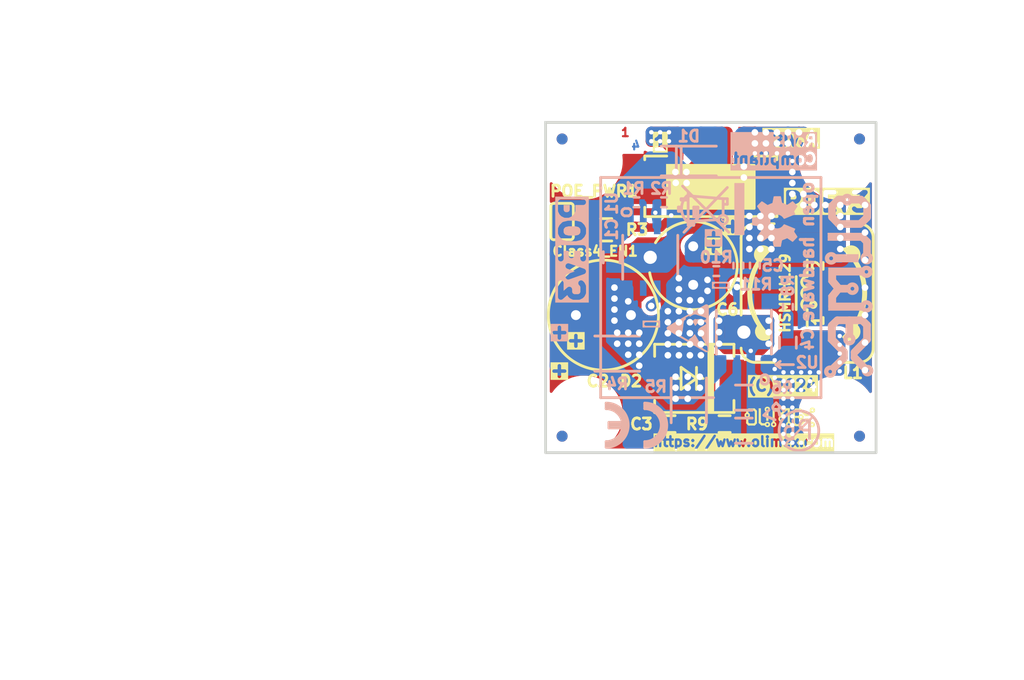
<source format=kicad_pcb>
(kicad_pcb (version 20221018) (generator pcbnew)
  (title_block (title "POEv3") (date "2024-11-21") (rev "A") (company "OLIMEX LTD.") (comment 1 "https://www.olimex.com"))
  (layers (0 "F.Cu" signal) (1 "In1.Cu" signal) (2 "In2.Cu" signal) (31 "B.Cu" signal) (34 "B.Paste" user) (35 "F.Paste" user) (36 "B.SilkS" user "B.Silkscreen") (37 "F.SilkS" user "F.Silkscreen") (38 "B.Mask" user) (39 "F.Mask" user) (44 "Edge.Cuts" user))
  (net 0 "")
  (net 1 "GND")
  (net 2 "Net-(C3-Pad1)")
  (net 3 "/SW_LX")
  (net 4 "Net-(C4-Pad2)")
  (net 5 "Net-(U2-FB)")
  (net 6 "Net-(U1-CLS)")
  (net 7 "Net-(U1-DEN)")
  (net 8 "/ILIM")
  (net 9 "Net-(U2-BS)")
  (net 10 "Net-(U1-CDB)")
  (net 11 "+5VP")
  (net 12 "Spare1")
  (net 13 "Spare2")
  (footprint "OLIMEX_Other-FP:Fiducial1x3_Paste" (layer "F.Cu") (at 91.5 116.5 -90)
    (fp_text reference "FID3" hide)
    (fp_text value "Fiducial" hide)
  )
  (footprint "OLIMEX_Other-FP:Fiducial1x3" (layer "F.Cu") (at 118.5 116.5 -90)
    (fp_text reference "FID2" hide)
    (fp_text value "Fiducial" hide)
  )
  (footprint "OLIMEX_RLC-FP:CPOL-RM5mm_10.0x16.0mm_PTH" (layer "F.Cu") (at 95.25 132.5)
    (fp_text reference "C2")
    (fp_text value "100uF/63V/20%/Low_ESR/RM5/10x13MM")
  )
  (footprint "OLIMEX_Other-FP:Fiducial1x3" (layer "F.Cu") (at 91.5 143.5 -90)
    (fp_text reference "FID1" hide)
    (fp_text value "Fiducial" hide)
  )
  (footprint "OLIMEX_Other-FP:Mounting_Hole_Drill-3.3mm_Clerance-7mm" (layer "F.Cu") (at 93.5 118.5 -90)
    (fp_text reference "MH1" hide)
    (fp_text value "Mounting_Hole_NPTH" hide)
  )
  (footprint "OLIMEX_Other-FP:Mounting_Hole_Drill-3.3mm_Clerance-7mm" (layer "F.Cu") (at 116.5 118.5 -90)
    (fp_text reference "MH2" hide)
    (fp_text value "Mounting_Hole_NPTH" hide)
  )
  (footprint "OLIMEX_Other-FP:Mounting_Hole_Drill-3.3mm_Clerance-7mm" (layer "F.Cu") (at 116.5 141.5 -90)
    (fp_text reference "MH3" hide)
    (fp_text value "Mounting_Hole_NPTH" hide)
  )
  (footprint "OLIMEX_RLC-FP:R_0805_5MIL_DWS" (layer "F.Cu") (at 95.5 124.75 180)
    (fp_text reference "R3")
    (fp_text value "66.5R/1%/125mW/R0805")
  )
  (footprint "OLIMEX_Jumpers-FP:SJ_Closed" (layer "F.Cu") (at 91.5 124 90)
    (fp_text reference "Class4_EN1")
    (fp_text value "Closed")
  )
  (footprint "OLIMEX_Other-FP:Fiducial1x3_Paste" (layer "F.Cu") (at 118.5 143.5)
    (fp_text reference "FID4" hide)
    (fp_text value "Fiducial" hide)
  )
  (footprint "OLIMEX_Signs-FP:Logo_OLIMEX_SMALL_TB" (layer "F.Cu") (at 111.25 141.75)
    (fp_text reference "Logo_OLIMEX_SMALL_TB" hide)
    (fp_text value "Logo_OLIMEX_SMALL_TB")
  )
  (footprint "OLIMEX_RLC-FP:CPOL-RM3.5mm_8.0x11.5mm_PTH" (layer "F.Cu") (at 103.4 128 -90)
    (fp_text reference "C6")
    (fp_text value "470uF/16V/20%/LOW_ESR/RM3.5/8x12MM")
  )
  (footprint "OLIMEX_Connectors-FP:PH2.0-4PLB" (layer "F.Cu") (at 105 120.8)
    (fp_text reference "POE_PWR1")
    (fp_text value "PH2.0-4AT")
  )
  (footprint "OLIMEX_Dummies-FP:Cable-IDC" (layer "F.Cu") (at 50 129 90)
    (fp_text reference "Cable-PoE1" hide)
    (fp_text value "CABLE-PH2-4-60-R" hide)
  )
  (footprint "OLIMEX_Diodes-FP:DO214AB(SMC)_1(K)-2(A)" (layer "F.Cu") (at 103.5 138.25 180)
    (fp_text reference "D2")
    (fp_text value "SS510/100V/5A/0.85V/DO214AB(SMC)")
  )
  (footprint "OLIMEX_RLC-FP:C_0603_5MIL_DWS" (layer "F.Cu") (at 101.25 142.4 180)
    (fp_text reference "C3")
    (fp_text value "NA(220pF/100V/C0603)")
  )
  (footprint "OLIMEX_Other-FP:Mounting_Hole_Drill-3.3mm_Clerance-7mm" (layer "F.Cu") (at 93.5 141.5 -90)
    (fp_text reference "MH4" hide)
    (fp_text value "Mounting_Hole_NPTH" hide)
  )
  (footprint "OLIMEX_RLC-FP:R_0603_5MIL_DWS" (layer "F.Cu") (at 106.25 142.4)
    (fp_text reference "R9")
    (fp_text value "NA(22R/R0603)")
  )
  (footprint "OLIMEX_RLC-FP:HSMRH129_12.0x12.5x9.5(max)" (layer "F.Cu") (at 113.75 130.5 90)
    (fp_text reference "L1")
    (fp_text value "33uH/2.1A/DCR=0.1R/20%/DBS135(PD3316MT330)")
  )
  (footprint "OLIMEX_Diodes-FP:SMA-KA" (layer "B.Cu") (at 103 118.5)
    (fp_text reference "D1")
    (fp_text value "SMAJ58A/SMA")
  )
  (footprint "OLIMEX_RLC-FP:C_0603_5MIL_DWS" (layer "B.Cu") (at 96 127.25 -90)
    (fp_text reference "C1")
    (fp_text value "100nF/100V/10%/X7R/C0603")
  )
  (footprint "OLIMEX_RLC-FP:R_2512_MM_DWS" (layer "B.Cu") (at 96.5 136)
    (fp_text reference "R4")
    (fp_text value "9.1k/1W/R2512")
  )
  (footprint "OLIMEX_Regulators-FP:ESOIC-8" (layer "B.Cu") (at 99.5 127.25)
    (fp_text reference "U1")
    (fp_text value "TPS2378DDAR(HSOIC-8)")
  )
  (footprint "OLIMEX_RLC-FP:R_0402_5MIL_DWS" (layer "B.Cu") (at 100.75 122.25)
    (fp_text reference "R2")
    (fp_text value "1.27k/1%/62.5mW/R0402")
  )
  (footprint "OLIMEX_RLC-FP:R_0402_5MIL_DWS" (layer "B.Cu") (at 98.25 122.25)
    (fp_text reference "R1")
    (fp_text value "24.9k/1%/R0402")
  )
  (footprint "OLIMEX_Signs-FP:Sign_RecycleBin_1" (layer "B.Cu") (at 108.023 120.5275 -90)
    (fp_text reference "Sign_RecycleBin_1" hide)
    (fp_text value "Sign_RecycleBin_1" hide)
  )
  (footprint "OLIMEX_Signs-FP:CE_Sign" (layer "B.Cu") (at 97.25 142.5 180)
    (fp_text reference "Sign_CE" hide)
    (fp_text value "CE_Sign" hide)
  )
  (footprint "OLIMEX_RLC-FP:R_0402_5MIL_DWS" (layer "B.Cu") (at 107.5 128 -90)
    (fp_text reference "R11")
    (fp_text value "30.1k/1%/R0402")
  )
  (footprint "OLIMEX_RLC-FP:R_1206_5MIL_DWS" (layer "B.Cu") (at 108 140 180)
    (fp_text reference "R6")
    (fp_text value "0.03R/1%/R1206")
  )
  (footprint "OLIMEX_RLC-FP:R_2512_MM_DWS" (layer "B.Cu") (at 103 140.25 90)
    (fp_text reference "R5")
    (fp_text value "9.1k/1W/R2512")
  )
  (footprint "OLIMEX_RLC-FP:C_0402_5MIL_DWS" (layer "B.Cu") (at 109 128 -90)
    (fp_text reference "C5")
    (fp_text value "12pF/50V/5%/C0G/C0402")
  )
  (footprint "OLIMEX_RLC-FP:C_0603_5MIL_DWS" (layer "B.Cu") (at 112 135 90)
    (fp_text reference "C4")
    (fp_text value "100nF/100V/10%/X7R/C0603")
  )
  (footprint "OLIMEX_Other-FP:Fiducial1x3" (layer "B.Cu") (at 118.5 116.5 180)
    (fp_text reference "FID6" hide)
    (fp_text value "Fiducial" hide)
  )
  (footprint "OLIMEX_Regulators-FP:ESOIC-8" (layer "B.Cu") (at 108 134.05 180)
    (fp_text reference "U2")
    (fp_text value "TX4138(ESOIC-8)")
  )
  (footprint "OLIMEX_Signs-FP:Sign_PB-Free" (layer "B.Cu") (at 112.7968 143.31496 180)
    (fp_text reference "Sign_PB-Free")
    (fp_text value "Sign_PB-Free")
  )
  (footprint "OLIMEX_RLC-FP:R_0402_5MIL_DWS" (layer "B.Cu") (at 112 131.75 -90)
    (fp_text reference "R8")
    (fp_text value "4.7R/R0402")
  )
  (footprint "OLIMEX_Signs-FP:Sign_OSHW_7.3x6.0mmn" (layer "B.Cu") (at 111.5 124 -90)
    (fp_text reference "Sign_OSHW_7.3x6.0mm" hide)
    (fp_text value "Sign_OSHW_7.3x6.0mm" hide)
  )
  (footprint "OLIMEX_Other-FP:Fiducial1x3" (layer "B.Cu") (at 91.5 143.5 180)
    (fp_text reference "FID5" hide)
    (fp_text value "Fiducial" hide)
  )
  (footprint "OLIMEX_RLC-FP:R_1206_5MIL_DWS" (layer "B.Cu") (at 108 143 180)
    (fp_text reference "R7")
    (fp_text value "0.03R/1%/R1206")
  )
  (footprint "OLIMEX_Signs-FP:Sign_Antistatic_150" (layer "B.Cu") (at 102.9 133.7 -90)
    (fp_text reference "Sign_Antistatic_150" hide)
    (fp_text value "Sign_Antistatic_150" hide)
  )
  (footprint "OLIMEX_Other-FP:Fiducial1x3_Paste" (layer "B.Cu") (at 91.5 116.5 180)
    (fp_text reference "FID7" hide)
    (fp_text value "Fiducial" hide)
  )
  (footprint "OLIMEX_RLC-FP:R_0402_5MIL_DWS" (layer "B.Cu") (at 105.5 128.5 180)
    (fp_text reference "R10")
    (fp_text value "5.23k/1%/R0402")
  )
  (footprint "OLIMEX_Other-FP:Fiducial1x3_Paste" (layer "B.Cu") (at 118.5 143.5 180)
    (fp_text reference "FID8" hide)
    (fp_text value "Fiducial" hide)
  )
  (footprint "OLIMEX_Signs-FP:Logo_OLIMEX_TB" (layer "B.Cu") (at 117.5 130 -90)
    (fp_text reference "Logo_OLIMEX_TB" hide)
    (fp_text value "Logo_OLIMEX_TB" hide)
  )
  (gr_line (start 110.9 137) (end 111.3 136.7) (stroke (width 0.254)) (layer "B.SilkS"))
  (gr_line (start 112.5 137) (end 110.9 137) (stroke (width 0.254)) (layer "B.SilkS"))
  (gr_line locked (start 95 120) (end 115 120) (stroke (width 0.254)) (layer "B.SilkS"))
  (gr_line (start 111.3 137.3) (end 110.9 137) (stroke (width 0.254)) (layer "B.SilkS"))
  (gr_line locked (start 110.75 140.000001) (end 115 140.000001) (stroke (width 0.254)) (layer "B.SilkS"))
  (gr_line locked (start 95 140) (end 95 120) (stroke (width 0.254)) (layer "B.SilkS"))
  (gr_line locked (start 115 140.000001) (end 115 120) (stroke (width 0.254)) (layer "B.SilkS"))
  (gr_line locked (start 95 140) (end 105.25 140) (stroke (width 0.254)) (layer "B.SilkS"))
  (gr_rect locked (start 90 115) (end 120 145) (stroke (width 0.254)) (fill none) (layer "Edge.Cuts"))
  (gr_text "1" (at 96.75 116.35) (layer "F.Cu") (effects (font (size 0.762 0.762) (thickness 0.1905) bold) (justify left bottom)))
  (gr_text "4" (at 97.7 117.55) (layer "B.Cu") (effects (font (size 0.762 0.762) (thickness 0.1905) bold) (justify right bottom mirror)))
  (gr_text "POEv3" (at 92.5 126.5 90) (layer "B.SilkS" knockout) (effects (font (size 2.032 2.032) (thickness 0.508) bold) (justify mirror)))
  (gr_text "-" (at 99.6 133.4 180) (layer "B.SilkS" knockout) (effects (font (size 1.27 1.27) (thickness 0.3175) bold) (justify mirror)))
  (gr_text "+" (at 92.25 134.75) (layer "B.SilkS" knockout) (effects (font (size 1.27 1.27) (thickness 0.3175) bold) (justify left bottom mirror)))
  (gr_text "RoHS\nCompliant" (at 114.75 117.5) (layer "B.SilkS" knockout) (effects (font (size 1.016 1.016) (thickness 0.254) bold) (justify left mirror)))
  (gr_text "+" (at 105.25 125.4) (layer "B.SilkS" knockout) (effects (font (size 1.27 1.27) (thickness 0.3175) bold) (justify mirror)))
  (gr_text "-" (at 105.9 129.7) (layer "B.SilkS" knockout) (effects (font (size 1.27 1.27) (thickness 0.3175) bold) (justify mirror)))
  (gr_text "POEv3" (at 115.5 122.25) (layer "F.SilkS" knockout) (effects (font (size 1.651 1.651) (thickness 0.41275) bold)))
  (gr_text "Rev.A" (at 112.2 116.5) (layer "F.SilkS" knockout) (effects (font (size 1.27 1.27) (thickness 0.3175) bold)))
  (gr_text "(C)2024" (at 111.5 138.9) (layer "F.SilkS" knockout) (effects (font (size 1.016 1.016) (thickness 0.254) bold)))
  (gr_text "https://www.olimex.com" (at 108 144) (layer "F.SilkS" knockout) (effects (font (size 0.889 0.889) (thickness 0.22225) bold)))
  (segment (start 106.476 120.702) (end 107.5 121.726) (width 1.016) (layer "F.Cu") (net 1))
  (segment (start 106 123.75) (end 104.8 123.75) (width 1.016) (layer "F.Cu") (net 1))
  (segment (start 109.099 121.726) (end 110.3 120.525) (width 1.016) (layer "F.Cu") (net 1))
  (segment (start 104.672 124.472) (end 105.35 125.15) (width 1.016) (layer "F.Cu") (net 1))
  (segment (start 99.4 133.182018) (end 101.067982 133.182018) (width 1.016) (layer "F.Cu") (net 1))
  (segment (start 97.75 129.5) (end 96.25 131) (width 1.016) (layer "F.Cu") (net 1))
  (segment (start 100.5 130.15) (end 102.1 130.15) (width 1.016) (layer "F.Cu") (net 1))
  (segment (start 104 124.472) (end 104.672 124.472) (width 1.016) (layer "F.Cu") (net 1))
  (segment (start 102.453631 124.653631) (end 102.635262 124.472) (width 1.016) (layer "F.Cu") (net 1))
  (segment (start 97.75 130.3) (end 97.6 130.15) (width 1.016) (layer "F.Cu") (net 1))
  (segment (start 102.65 128.028) (end 101.622 127) (width 1.016) (layer "F.Cu") (net 1))
  (segment (start 97.75 132.5) (end 98.432018 133.182018) (width 1.016) (layer "F.Cu") (net 1))
  (segment (start 102.1 130.15) (end 103 130.15) (width 1.016) (layer "F.Cu") (net 1))
  (segment (start 104.2375 127.9375) (end 103.5 128.675) (width 1.016) (layer "F.Cu") (net 1))
  (segment (start 102.1 129.15) (end 101.622 128.672) (width 1.016) (layer "F.Cu") (net 1))
  (segment (start 100.361 142.4) (end 100.361 140.1) (width 1.016) (layer "F.Cu") (net 1))
  (segment (start 103.8 130.15) (end 104.1 130.45) (width 1.016) (layer "F.Cu") (net 1))
  (segment (start 98.5 134.1) (end 104.05 134.1) (width 1.016) (layer "F.Cu") (net 1))
  (segment (start 104.875 129.6) (end 104.875 131.375) (width 1.016) (layer "F.Cu") (net 1))
  (segment (start 98.195989 131.6) (end 98.195989 131.090996) (width 1.016) (layer "F.Cu") (net 1))
  (segment (start 98.882646 132.928339) (end 98.195989 132.241682) (width 0.762) (layer "F.Cu") (net 1))
  (segment (start 105.387 121.387) (end 106 120.774) (width 1.016) (layer "F.Cu") (net 1))
  (segment (start 101.8 140.1) (end 101.5 140.1) (width 1.016) (layer "F.Cu") (net 1))
  (segment (start 106 116.9) (end 106 115.9) (width 1.016) (layer "F.Cu") (net 1))
  (segment (start 98.432018 133.182018) (end 99.4 133.182018) (width 1.016) (layer "F.Cu") (net 1))
  (segment (start 107.298 121.524) (end 108.7 121.524) (width 1.016) (layer "F.Cu") (net 1))
  (segment (start 97.6 130.15) (end 98.75 130.15) (width 1.016) (layer "F.Cu") (net 1))
  (segment (start 98.5 136.1) (end 104.05 136.1) (width 1.016) (layer "F.Cu") (net 1))
  (segment (start 101.625 127.775) (end 101.625 127.6) (width 1.016) (layer "F.Cu") (net 1))
  (segment (start 96.5 133.75) (end 97.75 132.5) (width 1.016) (layer "F.Cu") (net 1))
  (segment (start 106 122.75) (end 106 120.774) (width 1.016) (layer "F.Cu") (net 1))
  (segment (start 109.301 121.524) (end 110.3 120.525) (width 1.016) (layer "F.Cu") (net 1))
  (segment (start 99.009645 130.277339) (end 98.543492 130.743492) (width 1.016) (layer "F.Cu") (net 1))
  (segment (start 104.17863 122.92863) (end 105.083261 122.024) (width 1.016) (layer "F.Cu") (net 1))
  (segment (start 103 130.15) (end 103.4 129.75) (width 1.016) (layer "F.Cu") (net 1))
  (segment (start 96.25 134.85) (end 96.25 133) (width 1.016) (layer "F.Cu") (net 1))
  (segment (start 104.1 131.15) (end 104.1 134.15) (width 1.016) (layer "F.Cu") (net 1))
  (segment (start 101.991527 122.024) (end 101.9 122.024) (width 1.016) (layer "F.Cu") (net 1))
  (segment (start 97.75 132.5) (end 97.75 131.5) (width 1.016) (layer "F.Cu") (net 1))
  (segment (start 97.75 129.15) (end 97.75 129.5) (width 1.016) (layer "F.Cu") (net 1))
  (segment (start 104.1 134.15) (end 104.1 138.9) (width 1.016) (layer "F.Cu") (net 1))
  (segment (start 104.1 122.024) (end 105.6 122.024) (width 1.016) (layer "F.Cu") (net 1))
  (segment (start 102.821 124.286261) (end 102.821 122.903) (width 1.016) (layer "F.Cu") (net 1))
  (segment (start 106.613 121.387) (end 105.387 121.387) (width 1.016) (layer "F.Cu") (net 1))
  (segment (start 99.6 130.15) (end 100.5 130.15) (width 1.016) (layer "F.Cu") (net 1))
  (segment (start 107.162 122.024) (end 107.206 121.98) (width 1.016) (layer "F.Cu") (net 1))
  (segment (start 106 122.75) (end 104.35726 122.75) (width 1.016) (layer "F.Cu") (net 1))
  (segment (start 104.9375 127.2375) (end 105.178 126.997) (width 1.016) (layer "F.Cu") (net 1))
  (segment (start 97.1 129.15) (end 97.75 129.15) (width 1.016) (layer "F.Cu") (net 1))
  (segment (start 104.8 123.75) (end 103.321 123.75) (width 1.016) (layer "F.Cu") (net 1))
  (segment (start 101.1 132.15) (end 100.321661 132.928339) (width 0.762) (layer "F.Cu") (net 1))
  (segment (start 107.206 121.98) (end 106.613 121.387) (width 1.016) (layer "F.Cu") (net 1))
  (segment (start 107.868739 121.726) (end 109.099 121.726) (width 1.016) (layer "F.Cu") (net 1))
  (segment (start 97.75 131.15) (end 98.75 130.15) (width 1.016) (layer "F.Cu") (net 1))
  (segment (start 109.699 120.525) (end 108.7 121.524) (width 1.016) (layer "F.Cu") (net 1))
  (segment (start 102.635262 124.472) (end 104 124.472) (width 1.016) (layer "F.Cu") (net 1))
  (segment (start 101.625 127.6) (end 102.7 128.675) (width 1.016) (layer "F.Cu") (net 1))
  (segment (start 102.9 133.35) (end 103.1 133.15) (width 1.016) (layer "F.Cu") (net 1))
  (segment (start 102.821 122.045) (end 102.8 122.024) (width 1.016) (layer "F.Cu") (net 1))
  (segment (start 98.195989 131.090996) (end 98.543492 130.743492) (width 1.016) (layer "F.Cu") (net 1))
  (segment (start 106 123.75) (end 106 123.594739) (width 1.016) (layer "F.Cu") (net 1))
  (segment (start 98.5 140.1) (end 97.5 140.1) (width 1.016) (layer "F.Cu") (net 1))
  (segment (start 101.5 140.1) (end 98.5 137.1) (width 1.016) (layer "F.Cu") (net 1))
  (segment (start 106 116.9) (end 106 120.774) (width 1.016) (layer "F.Cu") (net 1))
  (segment (start 98.543492 130.743492) (end 99.136985 130.15) (width 1.016) (layer "F.Cu") (net 1))
  (segment (start 104.05 135.1) (end 104.1 135.15) (width 1.016) (layer "F.Cu") (net 1))
  (segment (start 101.199 122.024) (end 106.4 122.024) (width 1.016) (layer "F.Cu") (net 1))
  (segment (start 99.136985 130.15) (end 100.5 130.15) (width 1.016) (layer "F.Cu") (net 1))
  (segment (start 106 125.8) (end 106 123.75) (width 1.016) (layer "F.Cu") (net 1))
  (segment (start 104.875 128.275) (end 104.875 129.6) (width 1.016) (layer "F.Cu") (net 1))
  (segment (start 107.868739 121.726) (end 107.5 121.726) (width 1.016) (layer "F.Cu") (net 1))
  (segment (start 96.5 134.1) (end 96.5 131.25) (width 1.016) (layer "F.Cu") (net 1))
  (segment (start 108.7 121.524) (end 109.301 121.524) (width 1.016) (layer "F.Cu") (net 1))
  (segment (start 100.4 140.1) (end 98.5 140.1) (width 1.016) (layer "F.Cu") (net 1))
  (segment (start 106.476 115.9) (end 106 115.9) (width 1.016) (layer "F.Cu") (net 1))
  (segment (start 101.067982 133.182018) (end 101.1 133.15) (width 1.016) (layer "F.Cu") (net 1))
  (segment (start 101.622 131.628) (end 101.622 128.672) (width 1.016) (layer "F.Cu") (net 1))
  (segment (start 105.35 125.15) (end 106 125.8) (width 1.016) (layer "F.Cu") (net 1))
  (segment (start 105.35 125.15) (end 105.35 126.825) (width 1.016) (layer "F.Cu") (net 1))
  (segment (start 102.1 134.15) (end 102.1 139.3) (width 1.016) (layer "F.Cu") (net 1))
  (segment (start 104.1 129.15) (end 104.1 131.15) (width 1.016) (layer "F.Cu") (net 1))
  (segment (start 99.136325 133.182018) (end 99.4 133.182018) (width 1.016) (layer "F.Cu") (net 1))
  (segment (start 97.75 132.5) (end 97.75 131.15) (width 1.016) (layer "F.Cu") (net 1))
  (segment (start 105.524 121.25) (end 104.75 122.024) (width 1.016) (layer "F.Cu") (net 1))
  (segment (start 96.5 134.1) (end 96.5 133.75) (width 1.016) (layer "F.Cu") (net 1))
  (segment (start 98.5 133.25) (end 97.75 132.5) (width 1.016) (layer "F.Cu") (net 1))
  (segment (start 102.821 124.286261) (end 102.821 122.045) (width 1.016) (layer "F.Cu") (net 1))
  (segment (start 101.1 132.15) (end 104.1 132.15) (width 1.016) (layer "F.Cu") (net 1))
  (segment (start 100.59 133.182018) (end 101.1 132.672018) (width 1.016) (layer "F.Cu") (net 1))
  (segment (start 106 123.75) (end 106 122.75) (width 1.016) (layer "F.Cu") (net 1))
  (segment (start 102.821 122.853473) (end 101.991527 122.024) (width 1.016) (layer "F.Cu") (net 1))
  (segment (start 102.1 129.15) (end 102.8 129.15) (width 1.016) (layer "F.Cu") (net 1))
  (segment (start 101.625 128.675) (end 102.7 128.675) (width 1.016) (layer "F.Cu") (net 1))
  (segment (start 103.7 122.024) (end 101.9 122.024) (width 1.016) (layer "F.Cu") (net 1))
  (segment (start 101.1 133.15) (end 104.1 133.15) (width 1.016) (layer "F.Cu") (net 1))
  (segment (start 103.6 134.15) (end 101.1 134.15) (width 1.016) (layer "F.Cu") (net 1))
  (segment (start 102.1 129.15) (end 102.1 134.15) (width 1.016) (layer "F.Cu") (net 1))
  (segment (start 106.476 116.008) (end 106.476 115.9) (width 1.016) (layer "F.Cu") (net 1))
  (segment (start 101.8 134.45) (end 102.1 134.15) (width 1.016) (layer "F.Cu") (net 1))
  (segment (start 102.821 124.25) (end 102.821 122.853473) (width 1.016) (layer "F.Cu") (net 1))
  (segment (start 101.1 131.217007) (end 101.1 132.15) (width 1.016) (layer "F.Cu") (net 1))
  (segment (start 98.75 130.15) (end 100.032993 130.15) (width 1.016) (layer "F.Cu") (net 1))
  (segment (start 99.7 120.525) (end 99.7 120.571936) (width 1.016) (layer "F.Cu") (net 1))
  (segment (start 110.3 121.976) (end 108.849 121.976) (width 1.016) (layer "F.Cu") (net 1))
  (segment (start 100.627339 130.277339) (end 99.009645 130.277339) (width 1.016) (layer "F.Cu") (net 1))
  (segment (start 97.6 130.15) (end 98.6 129.15) (width 1.016) (layer "F.Cu") (net 1))
  (segment (start 104.1 130.45) (end 103.4 129.75) (width 1.016) (layer "F.Cu") (net 1))
  (segment (start 107.5 121.726) (end 106.952 121.726) (width 1.016) (layer "F.Cu") (net 1))
  (segment (start 97.5 132.75) (end 97.75 132.5) (width 1.016) (layer "F.Cu") (net 1))
  (segment (start 104.05 134.1) (end 104.1 134.15) (width 1.016) (layer "F.Cu") (net 1))
  (segment (start 97.75 132.5) (end 96.5 131.25) (width 1.016) (layer "F.Cu") (net 1))
  (segment (start 105.083261 122.024) (end 105.6 122.024) (width 1.016) (layer "F.Cu") (net 1))
  (segment (start 97.5 136.1) (end 97.5 132.75) (width 1.016) (layer "F.Cu") (net 1))
  (segment (start 110.3 120.525) (end 109.699 120.525) (width 1.016) (layer "F.Cu") (net 1))
  (segment (start 98.5 140.1) (end 98.5 137.1) (width 1.016) (layer "F.Cu") (net 1))
  (segment (start 98.195989 132.241682) (end 99.136325 133.182018) (width 1.016) (layer "F.Cu") (net 1))
  (segment (start 98.322 130.15) (end 98.195989 130.276011) (width 1.016) (layer "F.Cu") (net 1))
  (segment (start 102.9 140.1) (end 102.9 133.35) (width 1.016) (layer "F.Cu") (net 1))
  (segment (start 104.147 128.028) (end 102.65 128.028) (width 1.016) (layer "F.Cu") (net 1))
  (segment (start 96.25 130) (end 97.1 129.15) (width 1.016) (layer "F.Cu") (net 1))
  (segment (start 106 123.594739) (end 106.54737 123.04737) (width 1.016) (layer "F.Cu") (net 1))
  (segment (start 96.5 135.1) (end 96.25 134.85) (width 1.016) (layer "F.Cu") (net 1))
  (segment (start 96.5 131.25) (end 97 130.75) (width 1.016) (layer "F.Cu") (net 1))
  (segment (start 97.5 140.1) (end 97.5 136.1) (width 1.016) (layer "F.Cu") (net 1))
  (segment (start 106.54737 123.04737) (end 107.868739 121.726) (width 1.016) (layer "F.Cu") (net 1))
  (segment (start 97.75 131.5) (end 97 130.75) (width 1.016) (layer "F.Cu") (net 1))
  (segment (start 104.875 128.275) (end 106 127.15) (width 1.016) (layer "F.Cu") (net 1))
  (segment (start 102.821 122.903) (end 103.7 122.024) (width 1.016) (layer "F.Cu") (net 1))
  (segment (start 106 127.15) (end 106 125.8) (width 1.016) (layer "F.Cu") (net 1))
  (segment (start 103.6 139.4) (end 103.6 134.15) (width 1.016) (layer "F.Cu") (net 1))
  (segment (start 104.75 122.024) (end 105.387 121.387) (width 1.016) (layer "F.Cu") (net 1))
  (segment (start 98.195989 131.6) (end 98.195989 132.241682) (width 1.016) (layer "F.Cu") (net 1))
  (segment (start 105.6 122.024) (end 107.162 122.024) (width 1.016) (layer "F.Cu") (net 1))
  (segment (start 104.1 122.024) (end 103.7 122.024) (width 1.016) (layer "F.Cu") (net 1))
  (segment (start 102.821 124.286261) (end 104.17863 122.92863) (width 1.016) (layer "F.Cu") (net 1))
  (segment (start 101.199 122.024) (end 99.7 120.525) (width 1.016) (layer "F.Cu") (net 1))
  (segment (start 98.65 129.15) (end 100.25 129.15) (width 1.016) (layer "F.Cu") (net 1))
  (segment (start 102.1 130.15) (end 103.8 130.15) (width 1.016) (layer "F.Cu") (net 1))
  (segment (start 106.476 120.702) (end 107.298 121.524) (width 1.016) (layer "F.Cu") (net 1))
  (segment (start 102.1 129.15) (end 104.1 129.15) (width 1.016) (layer "F.Cu") (net 1))
  (segment (start 101.1 134.15) (end 101.1 139.4) (width 1.016) (layer "F.Cu") (net 1))
  (segment (start 101.1 130.75) (end 101.1 132.15) (width 1.016) (layer "F.Cu") (net 1))
  (segment (start 104.475 128.675) (end 104.875 128.275) (width 1.016) (layer "F.Cu") (net 1))
  (segment (start 108.849 121.976) (end 110.3 120.525) (width 1.016) (layer "F.Cu") (net 1))
  (segment (start 106.448 121.976) (end 108.849 121.976) (width 1.016) (layer "F.Cu") (net 1))
  (segment (start 101.1 134.15) (end 101.1 132.15) (width 1.016) (layer "F.Cu") (net 1))
  (segment (start 104.1 134.15) (end 103.6 134.15) (width 1.016) (layer "F.Cu") (net 1))
  (segment (start 104.35726 122.75) (end 104.17863 122.92863) (width 1.016) (layer "F.Cu") (net 1))
  (segment (start 99.6 130.15) (end 98.322 130.15) (width 1.016) (layer "F.Cu") (net 1))
  (segment (start 100.25 129.15) (end 101.625 127.775) (width 1.016) (layer "F.Cu") (net 1))
  (segment (start 106 125.8) (end 106 124.95) (width 1.016) (layer "F.Cu") (net 1))
  (segment (start 105.178 126.997) (end 105.178 125.45) (width 1.016) (layer "F.Cu") (net 1))
  (segment (start 102.1 139.3) (end 102.9 140.1) (width 1.016) (layer "F.Cu") (net 1))
  (segment (start 98.5 135.1) (end 104.05 135.1) (width 1.016) (layer "F.Cu") (net 1))
  (segment (start 103.5 128.675) (end 104.475 128.675) (width 1.016) (layer "F.Cu") (net 1))
  (segment (start 97.75 129.15) (end 98.65 129.15) (width 1.016) (layer "F.Cu") (net 1))
  (segment (start 104.1 131.15) (end 104.1 130.45) (width 1.016) (layer "F.Cu") (net 1))
  (segment (start 106.4 122.024) (end 106.448 121.976) (width 1.016) (layer "F.Cu") (net 1))
  (segment (start 100.5 130.15) (end 100.775 130.425) (width 1.016) (layer "F.Cu") (net 1))
  (segment (start 106 124.95) (end 104.8 123.75) (width 1.016) (layer "F.Cu") (net 1))
  (segment (start 100.321661 132.928339) (end 98.882646 132.928339) (width 0.762) (layer "F.Cu") (net 1))
  (segment (start 100.361 142.4) (end 97.508001 142.4) (width 1.016) (layer "F.Cu") (net 1))
  (segment (start 106.54737 126.60263) (end 106 127.15) (width 1.016) (layer "F.Cu") (net 1))
  (segment (start 98.195989 130.276011) (end 98.195989 131.6) (width 1.016) (layer "F.Cu") (net 1))
  (segment (start 104.1 138.9) (end 102.9 140.1) (width 1.016) (layer "F.Cu") (net 1))
  (segment (start 98.5 134.1) (end 98.5 133.25) (width 1.016) (layer "F.Cu") (net 1))
  (segment (start 101.1 139.4) (end 101.8 140.1) (width 1.016) (layer "F.Cu") (net 1))
  (segment (start 106.54737 123.04737) (end 106.54737 126.60263) (width 1.016) (layer "F.Cu") (net 1))
  (segment (start 104.875 131.375) (end 104.1 132.15) (width 1.016) (layer "F.Cu") (net 1))
  (segment (start 105.35 126.825) (end 104.9375 127.2375) (width 1.016) (layer "F.Cu") (net 1))
  (segment (start 99.4 133.182018) (end 100.59 133.182018) (width 1.016) (layer "F.Cu") (net 1))
  (segment (start 100.25 129.15) (end 102.1 129.15) (width 1.016) (layer "F.Cu") (net 1))
  (segment (start 96.25 133) (end 96.25 130) (width 1.016) (layer "F.Cu") (net 1))
  (segment (start 100.032993 130.15) (end 101.1 131.217007) (width 1.016) (layer "F.Cu") (net 1))
  (segment (start 102.821 124.286261) (end 102.821 124.25) (width 1.016) (layer "F.Cu") (net 1))
  (segment (start 100.775 130.425) (end 101.1 130.75) (width 1.016) (layer "F.Cu") (net 1))
  (segment (start 104.2 124.472) (end 104 124.472) (width 1.016) (layer "F.Cu") (net 1))
  (segment (start 97 130.75) (end 97.6 130.15) (width 1.016) (layer "F.Cu") (net 1))
  (segment (start 102.1 131.15) (end 104.1 131.15) (width 1.016) (layer "F.Cu") (net 1))
  (segment (start 101.1 132.15) (end 101.622 131.628) (width 1.016) (layer "F.Cu") (net 1))
  (segment (start 104.9375 127.2375) (end 104.2375 127.9375) (width 1.016) (layer "F.Cu") (net 1))
  (segment (start 104.05 136.1) (end 104.1 136.15) (width 1.016) (layer "F.Cu") (net 1))
  (segment (start 96.5 135.1) (end 96.5 134.1) (width 1.016) (layer "F.Cu") (net 1))
  (segment (start 102.7 128.675) (end 103.5 128.675) (width 1.016) (layer "F.Cu") (net 1))
  (segment (start 103.321 123.75) (end 102.821 124.25) (width 1.016) (layer "F.Cu") (net 1))
  (segment (start 106.952 121.726) (end 106.613 121.387) (width 1.016) (layer "F.Cu") (net 1))
  (segment (start 103.4 129.75) (end 104.475 128.675) (width 1.016) (layer "F.Cu") (net 1))
  (segment (start 98.75 130.15) (end 99.6 130.15) (width 1.016) (layer "F.Cu") (net 1))
  (segment (start 105.524 115.908) (end 105.524 121.25) (width 1.016) (layer "F.Cu") (net 1))
  (segment (start 97.75 132.5) (end 97.75 130.3) (width 1.016) (layer "F.Cu") (net 1))
  (segment (start 105.178 125.45) (end 104.2 124.472) (width 1.016) (layer "F.Cu") (net 1))
  (segment (start 102.8 129.15) (end 103.4 129.75) (width 1.016) (layer "F.Cu") (net 1))
  (segment (start 101.622 125.485261) (end 102.453631 124.653631) (width 1.016) (layer "F.Cu") (net 1))
  (segment (start 101.1 132.672018) (end 101.1 132.15) (width 1.016) (layer "F.Cu") (net 1))
  (segment (start 106.476 116.008) (end 106.476 120.702) (width 1.016) (layer "F.Cu") (net 1))
  (segment (start 97.508001 142.4) (end 97.508001 140.1) (width 1.016) (layer "F.Cu") (net 1))
  (segment (start 100.775 130.425) (end 100.627339 130.277339) (width 1.016) (layer "F.Cu") (net 1))
  (segment (start 101.622 128.672) (end 101.625 128.675) (width 1.016) (layer "F.Cu") (net 1))
  (segment (start 105.516 115.9) (end 105.524 115.908) (width 1.016) (layer "F.Cu") (net 1))
  (segment (start 104.2375 127.9375) (end 104.147 128.028) (width 1.016) (layer "F.Cu") (net 1))
  (segment (start 104.1 122.024) (end 104.75 122.024) (width 1.016) (layer "F.Cu") (net 1))
  (segment (start 101.622 128.672) (end 101.622 127.6) (width 1.016) (layer "F.Cu") (net 1))
  (segment (start 101.622 127.6) (end 101.625 127.6) (width 1.016) (layer "F.Cu") (net 1))
  (segment (start 98.6 129.15) (end 98.65 129.15) (width 1.016) (layer "F.Cu") (net 1))
  (segment (start 100.361 140.1) (end 100.4 140.1) (width 1.016) (layer "F.Cu") (net 1))
  (segment (start 102.453631 124.653631) (end 102.821 124.286261) (width 1.016) (layer "F.Cu") (net 1))
  (segment (start 101.8 140.1) (end 101.8 134.45) (width 1.016) (layer "F.Cu") (net 1))
  (segment (start 106.54737 127.92763) (end 104.875 129.6) (width 1.016) (layer "F.Cu") (net 1))
  (segment (start 110.3 120.525) (end 110.3 121.976) (width 1.016) (layer "F.Cu") (net 1))
  (segment (start 98.5 137.1) (end 98.5 134.1) (width 1.016) (layer "F.Cu") (net 1))
  (segment (start 98.5 137.1) (end 96.5 135.1) (width 1.016) (layer "F.Cu") (net 1))
  (segment (start 106 115.9) (end 105.516 115.9) (width 1.016) (layer "F.Cu") (net 1))
  (segment (start 106 120.774) (end 107.206 121.98) (width 1.016) (layer "F.Cu") (net 1))
  (segment (start 102.9 140.1) (end 103.6 139.4) (width 1.016) (layer "F.Cu") (net 1))
  (segment (start 101.8 140.1) (end 100.4 140.1) (width 1.016) (layer "F.Cu") (net 1))
  (segment (start 106.54737 126.60263) (end 106.54737 127.92763) (width 1.016) (layer "F.Cu") (net 1))
  (segment (start 101.622 127) (end 101.622 125.485261) (width 1.016) (layer "F.Cu") (net 1))
  (segment (start 101.622 127.6) (end 101.622 127) (width 1.016) (layer "F.Cu") (net 1))
  (segment (start 101.9 122.024) (end 101.199 122.024) (width 1.016) (layer "F.Cu") (net 1))
  (segment (start 101.8 140.1) (end 102.9 140.1) (width 1.016) (layer "F.Cu") (net 1))
  (via (at 102.1 131.15) (size 1) (drill 0.6) (layers "F.Cu" "B.Cu") (net 1))
  (via (at 96.25 131) (size 1) (drill 0.6) (layers "F.Cu" "B.Cu") (net 1))
  (via (at 104.7 129.3) (size 1) (drill 0.6) (layers "F.Cu" "B.Cu") (net 1))
  (via (at 102.9 140.1) (size 1) (drill 0.6) (layers "F.Cu" "B.Cu") (net 1))
  (via (at 104.1 132.15) (size 1) (drill 0.6) (layers "F.Cu" "B.Cu") (net 1))
  (via (at 104.1 133.15) (size 1) (drill 0.6) (layers "F.Cu" "B.Cu") (net 1))
  (via (at 102.1 129.15) (size 1) (drill 0.6) (layers "F.Cu" "B.Cu") (net 1))
  (via (at 98.5 135.1) (size 1) (drill 0.6) (layers "F.Cu" "B.Cu") (net 1))
  (via (at 101.8 138.1) (size 1) (drill 0.6) (layers "F.Cu" "B.Cu") (net 1))
  (via (at 104.1 131.15) (size 1) (drill 0.6) (layers "F.Cu" "B.Cu") (net 1))
  (via (at 96.25 132) (size 1) (drill 0.6) (layers "F.Cu" "B.Cu") (net 1))
  (via (at 98.5 134.1) (size 1) (drill 0.6) (layers "F.Cu" "B.Cu") (net 1))
  (via (at 101.1 134.15) (size 1) (drill 0.6) (layers "F.Cu" "B.Cu") (net 1))
  (via (at 119 127.5) (size 1) (drill 0.6) (layers "F.Cu" "B.Cu") (net 1))
  (via (at 98.5 136.1) (size 1) (drill 0.6) (layers "F.Cu" "B.Cu") (net 1))
  (via (at 102.9 139.1) (size 1) (drill 0.6) (layers "F.Cu" "B.Cu") (net 1))
  (via (at 119 137.5) (size 1) (drill 0.6) (layers "F.Cu" "B.Cu") (net 1))
  (via (at 103.1 135.15) (size 1) (drill 0.6) (layers "F.Cu" "B.Cu") (net 1))
  (via (at 119 130) (size 1) (drill 0.6) (layers "F.Cu" "B.Cu") (net 1))
  (via (at 102.1 130.15) (size 1) (drill 0.6) (layers "F.Cu" "B.Cu") (net 1))
  (via (at 102.9 138.1) (size 1) (drill 0.6) (layers "F.Cu" "B.Cu") (net 1))
  (via (at 101.8 140.1) (size 1) (drill 0.6) (layers "F.Cu" "B.Cu") (net 1))
  (via (at 101.1 132.15) (size 1) (drill 0.6) (layers "F.Cu" "B.Cu") (net 1))
  (via (at 101.1 136.15) (size 1) (drill 0.6) (layers "F.Cu" "B.Cu") (net 1))
  (via (at 104.7 130.3) (size 1) (drill 0.6) (layers "F.Cu" "B.Cu") (net 1))
  (via (at 97.5 135.1) (size 1) (drill 0.6) (layers "F.Cu" "B.Cu") (net 1))
  (via (at 103.1 134.15) (size 1) (drill 0.6) (layers "F.Cu" "B.Cu") (net 1))
  (via (at 96.25 133) (size 1) (drill 0.6) (layers "F.Cu" "B.Cu") (net 1))
  (via (at 103.1 131.15) (size 1) (drill 0.6) (layers "F.Cu" "B.Cu") (net 1))
  (via (at 103.1 132.15) (size 1) (drill 0.6) (layers "F.Cu" "B.Cu") (net 1))
  (via (at 101.1 135.15) (size 1) (drill 0.6) (layers "F.Cu" "B.Cu") (net 1))
  (via (at 103.1 136.15) (size 1) (drill 0.6) (layers "F.Cu" "B.Cu") (net 1))
  (via (at 98.5 137.1) (size 1) (drill 0.6) (layers "F.Cu" "B.Cu") (net 1))
  (via (at 96.5 134.1) (size 1) (drill 0.6) (layers "F.Cu" "B.Cu") (net 1))
  (via (at 97.5 136.1) (size 1) (drill 0.6) (layers "F.Cu" "B.Cu") (net 1))
  (via (at 119 132.5) (size 1) (drill 0.6) (layers "F.Cu" "B.Cu") (net 1))
  (via (at 102.1 136.15) (size 1) (drill 0.6) (layers "F.Cu" "B.Cu") (net 1))
  (via (at 97.5 134.1) (size 1) (drill 0.6) (layers "F.Cu" "B.Cu") (net 1))
  (via (at 96.5 135.1) (size 1) (drill 0.6) (layers "F.Cu" "B.Cu") (net 1))
  (via (at 104.1 134.15) (size 1) (drill 0.6) (layers "F.Cu" "B.Cu") (net 1))
  (via (at 97.5 131.25) (size 1) (drill 0.6) (layers "F.Cu" "B.Cu") (net 1))
  (via (at 101.1 133.15) (size 1) (drill 0.6) (layers "F.Cu" "B.Cu") (net 1))
  (via (at 102.1 135.15) (size 1) (drill 0.6) (layers "F.Cu" "B.Cu") (net 1))
  (via (at 102.1 133.15) (size 1) (drill 0.6) (layers "F.Cu" "B.Cu") (net 1))
  (via (at 102.1 132.15) (size 1) (drill 0.6) (layers "F.Cu" "B.Cu") (net 1))
  (via (at 102.1 134.15) (size 1) (drill 0.6) (layers "F.Cu" "B.Cu") (net 1))
  (via (at 119 125) (size 1) (drill 0.6) (layers "F.Cu" "B.Cu") (net 1))
  (via (at 103.1 133.15) (size 1) (drill 0.6) (layers "F.Cu" "B.Cu") (net 1))
  (via (at 104 138.1) (size 1) (drill 0.6) (layers "F.Cu" "B.Cu") (net 1))
  (via (at 119 122.5) (size 1) (drill 0.6) (layers "F.Cu" "B.Cu") (net 1))
  (via (at 104 139.1) (size 1) (drill 0.6) (layers "F.Cu" "B.Cu") (net 1))
  (via (at 104.1 135.15) (size 1) (drill 0.6) (layers "F.Cu" "B.Cu") (net 1))
  (via (at 104.1 136.15) (size 1) (drill 0.6) (layers "F.Cu" "B.Cu") (net 1))
  (via (at 119 135) (size 1) (drill 0.6) (layers "F.Cu" "B.Cu") (net 1))
  (via (at 101.8 139.1) (size 1) (drill 0.6) (layers "F.Cu" "B.Cu") (net 1))
  (via (at 96.25 130) (size 1) (drill 0.6) (layers "F.Cu" "B.Cu") (net 1))
  (arc (start 101.199 122.024) (mid 100.139047 121.584953) (end 99.7 120.525) (width 1.016) (layer "F.Cu") (net 1))
  (segment (start 98.5 134.1) (end 98.5 137.1) (width 1.016) (layer "B.Cu") (net 1))
  (segment (start 104.1 136.3) (end 104.1 137.1) (width 1.016) (layer "B.Cu") (net 1))
  (segment (start 98.5 137.1) (end 101.495 140.095) (width 1.016) (layer "B.Cu") (net 1))
  (segment (start 103.1 131.15) (end 103.1 130.05) (width 1.016) (layer "B.Cu") (net 1))
  (segment (start 97.75 132.5) (end 96.05 130.8) (width 0.6096) (layer "B.Cu") (net 1))
  (segment (start 103.416712 137.516712) (end 106.095 137.516712) (width 0.6096) (layer "B.Cu") (net 1))
  (segment (start 101.8 138.1) (end 99.65 138.1) (width 1.016) (layer "B.Cu") (net 1))
  (segment (start 105.15 136.45) (end 104.1 136.45) (width 0.6096) (layer "B.Cu") (net 1))
  (segment (start 96.05 129.85) (end 96.25 129.65) (width 0.6096) (layer "B.Cu") (net 1))
  (segment (start 105.55 136.85) (end 105.15 136.45) (width 0.6096) (layer "B.Cu") (net 1))
  (segment (start 102.5 129.75) (end 103.4 129.75) (width 1.016) (layer "B.Cu") (net 1))
  (segment (start 97.5 134.1) (end 97.5 132.75) (width 1.016) (layer "B.Cu") (net 1))
  (segment (start 100.65 139.1) (end 99.65 138.1) (width 1.016) (layer "B.Cu") (net 1))
  (segment (start 103 137.1) (end 99.65 137.1) (width 1.016) (layer "B.Cu") (net 1))
  (segment (start 96.25 129.65) (end 96.5 129.65) (width 0.6096) (layer "B.Cu") (net 1))
  (segment (start 103.005 140.095) (end 104 139.1) (width 1.016) (layer "B.Cu") (net 1))
  (segment (start 97.595 131.580018) (end 99.07 133.055018) (width 0.6096) (layer "B.Cu") (net 1))
  (segment (start 98.5 137.1) (end 100.15 137.1) (width 1.016) (layer "B.Cu") (net 1))
  (segment (start 97.595 130.05) (end 97.595 131.1) (width 0.762) (layer "B.Cu") (net 1))
  (segment (start 106.095 136.85) (end 106.095 136.45) (width 0.6096) (layer "B.Cu") (net 1))
  (segment (start 100.194982 133.055018) (end 101.1 132.15) (width 0.762) (layer "B.Cu") (net 1))
  (segment (start 96.5 134.1) (end 98.5 134.1) (width 1.016) (layer "B.Cu") (net 1))
  (segment (start 104.992 131.258) (end 104.775 131.475) (width 0.508) (layer "B.Cu") (net 1))
  (segment (start 104.525 128.625) (end 104.400001 128.500001) (width 0.4064) (layer "B.Cu") (net 1))
  (segment (start 101.4558 131.7942) (end 101.4558 130.5058) (width 1.016) (layer "B.Cu") (net 1))
  (segment (start 102.1 131.1) (end 102.1 130.1) (width 1.016) (layer "B.Cu") (net 1))
  (segment (start 98.305018 133.055018) (end 99.7 133.055018) (width 0.762) (layer "B.Cu") (net 1))
  (segment (start 102.749998 128.5) (end 102.099997 129.150001) (width 0.508) (layer "B.Cu") (net 1))
  (segment (start 104.1 133.15) (end 101.1 133.15) (width 1.016) (layer "B.Cu") (net 1))
  (segment (start 101.495 140.095) (end 101.8 140.095) (width 1.016) (layer "B.Cu") (net 1))
  (segment (start 103.313512 140.2982) (end 101.2982 140.2982) (width 0.6096) (layer "B.Cu") (net 1))
  (segment (start 102.1 129.15) (end 101.4558 129.7942) (width 1.016) (layer "B.Cu") (net 1))
  (segment (start 101.1 132.15) (end 104.1 132.15) (width 1.016) (layer "B.Cu") (net 1))
  (segment (start 104.1 131.15) (end 102.1 131.15) (width 1.016) (layer "B.Cu") (net 1))
  (segment (start 102.1 130.15) (end 102.1 129.15) (width 1.016) (layer "B.Cu") (net 1))
  (segment (start 96.5 129.65) (end 97 129.65) (width 0.6096) (layer "B.Cu") (net 1))
  (segment (start 97.75 132.5) (end 97 131.75) (width 0.6096) (layer "B.Cu") (net 1))
  (segment (start 97.75 132.5) (end 99.4 134.15) (width 1.524) (layer "B.Cu") (net 1))
  (segment (start 97.75 136.75) (end 95.8 134.8) (width 0.6096) (layer "B.Cu") (net 1))
  (segment (start 102.099998 129.15) (end 102.749997 128.500001) (width 0.508) (layer "B.Cu") (net 1))
  (segment (start 101.4558 130.5058) (end 102.1 131.15) (width 1.016) (layer "B.Cu") (net 1))
  (segment (start 104 139.1) (end 100.65 139.1) (width 1.016) (layer "B.Cu") (net 1))
  (segment (start 97.195 129.65) (end 97.595 130.05) (width 0.6096) (layer "B.Cu") (net 1))
  (segment (start 104.1 132.15) (end 104.1 131.15) (width 1.016) (layer "B.Cu") (net 1))
  (segment (start 99.07 133.055018) (end 99.7 133.055018) (width 0.6096) (layer "B.Cu") (net 1))
  (segment (start 103.25 136.85) (end 103 137.1) (width 0.6096) (layer "B.Cu") (net 1))
  (segment (start 103 137.1) (end 103.416712 137.516712) (width 0.6096) (layer "B.Cu") (net 1))
  (segment (start 95.8 132.5) (end 95.8 131.1) (width 0.6096) (layer "B.Cu") (net 1))
  (segment (start 104.1 136.3) (end 104.1 135.15) (width 1.016) (layer "B.Cu") (net 1))
  (segment (start 104.1 129.15) (end 104.1 131.15) (width 1.016) (layer "B.Cu") (net 1))
  (segment (start 101.05 136.1) (end 101.1 136.15) (width 1.016) (layer "B.Cu") (net 1))
  (segment (start 97.5 132.75) (end 97.75 132.5) (width 1.016) (layer "B.Cu") (net 1))
  (segment (start 101.05 135.1) (end 101.1 135.15) (width 1.016) (layer "B.Cu") (net 1))
  (segment (start 96.5 131.1) (end 96.5 129.65) (width 0.6096) (layer "B.Cu") (net 1))
  (segment (start 96.5 134.1) (end 96.5 133.75) (width 1.016) (layer "B.Cu") (net 1))
  (segment (start 98.5 135.1) (end 101.05 135.1) (width 1.016) (layer "B.Cu") (net 1))
  (segment (start 102.1 129.15) (end 104.1 129.15) (width 1.016) (layer "B.Cu") (net 1))
  (segment (start 97.75 132.5) (end 98.305018 133.055018) (width 0.762) (layer "B.Cu") (net 1))
  (segment (start 97.75 136.75) (end 97.75 132.5) (width 0.6096) (layer "B.Cu") (net 1))
  (segment (start 103.1 130.05) (end 103.4 129.75) (width 1.016) (layer "B.Cu") (net 1))
  (segment (start 104.775 128.625) (end 104.65 128.5) (width 0.4064) (layer "B.Cu") (net 1))
  (segment (start 99.4 134.15) (end 103.1 134.15) (width 1.524) (layer "B.Cu") (net 1))
  (segment (start 98.432018 133.182018) (end 97.75 132.5) (width 1.016) (layer "B.Cu") (net 1))
  (segment (start 104.1 139.1) (end 105.1 138.1) (width 1.016) (layer "B.Cu") (net 1))
  (segment (start 105.845 137.1) (end 106.095 136.85) (width 0.6096) (layer "B.Cu") (net 1))
  (segment (start 101.4558 129.7942) (end 101.4558 130.5058) (width 1.016) (layer "B.Cu") (net 1))
  (segment (start 97 129.65) (end 97.195 129.65) (width 0.6096) (layer "B.Cu") (net 1))
  (segment (start 106.095 136.85) (end 105.55 136.85) (width 0.6096) (layer "B.Cu") (net 1))
  (segment (start 105.15 136.45) (end 104.1 135.4) (width 0.6096) (layer "B.Cu") (net 1))
  (segment (start 104.775 131.475) (end 104.1 132.15) (width 0.508) (layer "B.Cu") (net 1))
  (segment (start 104.1 129.15) (end 102.099998 129.15) (width 1.016) (layer "B.Cu") (net 1))
  (segment (start 100.65 139.1) (end 101.645 140.095) (width 1.016) (layer "B.Cu") (net 1))
  (segment (start 104.400001 128.500001) (end 102.749997 128.500001) (width 0.4064) (layer "B.Cu") (net 1))
  (segment (start 106.095 136.85) (end 106.095 137.516712) (width 0.6096) (layer "B.Cu") (net 1))
  (segment (start 96.5 133.75) (end 97.75 132.5) (width 1.016) (layer "B.Cu") (net 1))
  (segment (start 104.992 128.5) (end 104.992 131.258) (width 0.508) (layer "B.Cu") (net 1))
  (segment (start 102.099998 129.15) (end 102.099997 129.150001) (width 0.508) (layer "B.Cu") (net 1))
  (segment (start 104.1 136.15) (end 99.8 136.15) (width 1.016) (layer "B.Cu") (net 1))
  (segment (start 97.595 130.05) (end 97.595 131.580018) (width 0.6096) (layer "B.Cu") (net 1))
  (segment (start 95.8 131.1) (end 95.8 130.1) (width 0.6096) (layer "B.Cu") (net 1))
  (segment (start 104.775 131.475) (end 104.775 128.625) (width 0.508) (layer "B.Cu") (net 1))
  (segment (start 104.1 135.15) (end 103.1 134.15) (width 1.016) (layer "B.Cu") (net 1))
  (segment (start 99.65 138.65) (end 99.65 138.1) (width 0.6096) (layer "B.Cu") (net 1))
  (segment (start 101.1 134.15) (end 101.1 132.15) (width 1.016) (layer "B.Cu") (net 1))
  (segment (start 104.1 134.15) (end 101.1 134.15) (width 1.016) (layer "B.Cu") (net 1))
  (segment (start 106.095 137.516712) (end 103.313512 140.2982) (width 0.6096) (layer "B.Cu") (net 1))
  (segment (start 95.8 134.8) (end 95.8 132.5) (width 0.6096) (layer "B.Cu") (net 1))
  (segment (start 99.65 137.1) (end 99.65 136) (width 1.016) (layer "B.Cu") (net 1))
  (segment (start 104.992 128.5) (end 102.749998 128.5) (width 0.508) (layer "B.Cu") (net 1))
  (segment (start 104.1 134.15) (end 104.1 135.4) (width 1.016) (layer "B.Cu") (net 1))
  (segment (start 101.2982 140.2982) (end 99.65 138.65) (width 0.6096) (layer "B.Cu") (net 1))
  (segment (start 97.595 131.1) (end 96.5 131.1) (width 0.6096) (layer "B.Cu") (net 1))
  (segment (start 104.1 137.1) (end 103 137.1) (width 1.016) (layer "B.Cu") (net 1))
  (segment (start 104.1 136.45) (end 104.1 136.3) (width 0.6096) (layer "B.Cu") (net 1))
  (segment (start 96.5 135.1) (end 96.5 134.1) (width 1.016) (layer "B.Cu") (net 1))
  (segment (start 104 139.1) (end 104.1 139.1) (width 1.016) (layer "B.Cu") (net 1))
  (segment (start 103.1 131.15) (end 102.1 130.15) (width 1.016) (layer "B.Cu") (net 1))
  (segment (start 101.1 132.15) (end 102.1 131.15) (width 1.016) (layer "B.Cu") (net 1))
  (segment (start 100.15 137.1) (end 101.1 136.15) (width 1.016) (layer "B.Cu") (net 1))
  (segment (start 97.595 131.1) (end 97.595 132.345) (width 0.762) (layer "B.Cu") (net 1))
  (segment (start 105.1 138.1) (end 101.8 138.1) (width 1.016) (layer "B.Cu") (net 1))
  (segment (start 102.1 129.15) (end 102.099998 129.15) (width 1.016) (layer "B.Cu") (net 1))
  (segment (start 104.1 135.4) (end 104.1 136.3) (width 1.016) (layer "B.Cu") (net 1))
  (segment (start 97.75 132.5) (end 95.8 132.5) (width 0.6096) (layer "B.Cu") (net 1))
  (segment (start 104.742 128.5) (end 102.749998 128.5) (width 0.508) (layer "B.Cu") (net 1))
  (segment (start 96.5 134.1) (end 96.5 131.1) (width 1.016) (layer "B.Cu") (net 1))
  (segment (start 97.5 136.1) (end 96.5 135.1) (width 1.016) (layer "B.Cu") (net 1))
  (segment (start 99.8 136.15) (end 99.65 136) (width 1.016) (layer "B.Cu") (net 1))
  (segment (start 99.7 133.055018) (end 100.194982 133.055018) (width 0.762) (layer "B.Cu") (net 1))
  (segment (start 106.095 136.85) (end 103.25 136.85) (width 0.6096) (layer "B.Cu") (net 1))
  (segment (start 97.5 134.1) (end 97.5 136.1) (width 1.016) (layer "B.Cu") (net 1))
  (segment (start 98.5 136.1) (end 101.05 136.1) (width 1.016) (layer "B.Cu") (net 1))
  (segment (start 104.1 135.15) (end 100.5 135.15) (width 1.016) (layer "B.Cu") (net 1))
  (segment (start 101.067982 133.182018) (end 98.432018 133.182018) (width 1.016) (layer "B.Cu") (net 1))
  (segment (start 96.05 130.8) (end 96.05 129.85) (width 0.6096) (layer "B.Cu") (net 1))
  (segment (start 97.595 132.345) (end 97.75 132.5) (width 0.762) (layer "B.Cu") (net 1))
  (segment (start 96.5 131.1) (end 95.8 131.1) (width 0.6096) (layer "B.Cu") (net 1))
  (segment (start 104.65 128.5) (end 103.4 129.75) (width 0.508) (layer "B.Cu") (net 1))
  (segment (start 101.645 140.095) (end 103.005 140.095) (width 1.016) (layer "B.Cu") (net 1))
  (segment (start 99.65 138.65) (end 97.75 136.75) (width 0.6096) (layer "B.Cu") (net 1))
  (segment (start 99.65 138.1) (end 99.65 136) (width 0.6096) (layer "B.Cu") (net 1))
  (segment (start 104.1 134.15) (end 103.1 134.15) (width 1.016) (layer "B.Cu") (net 1))
  (segment (start 106.095 136.45) (end 105.15 136.45) (width 0.6096) (layer "B.Cu") (net 1))
  (segment (start 100.5 135.15) (end 99.65 136) (width 1.016) (layer "B.Cu") (net 1))
  (segment (start 104.1 132.15) (end 104.1 134.15) (width 1.016) (layer "B.Cu") (net 1))
  (segment (start 101.1 133.15) (end 101.067982 133.182018) (width 1.016) (layer "B.Cu") (net 1))
  (segment (start 103 137.1) (end 105.845 137.1) (width 0.6096) (layer "B.Cu") (net 1))
  (segment (start 97 131.75) (end 97 129.65) (width 0.6096) (layer "B.Cu") (net 1))
  (segment (start 95.8 130.1) (end 96.05 129.85) (width 0.6096) (layer "B.Cu") (net 1))
  (segment (start 102.1 130.15) (end 102.5 129.75) (width 1.016) (layer "B.Cu") (net 1))
  (segment (start 102.139 142.4) (end 105.361 142.4) (width 1.016) (layer "F.Cu") (net 2))
  (segment (start 116.7 137.6) (end 116.239261 137.6) (width 0.762) (layer "F.Cu") (net 3))
  (segment (start 106.3 140.761) (end 107.139 141.6) (width 1.016) (layer "F.Cu") (net 3))
  (segment (start 112.4 141.7) (end 107.239 141.7) (width 1.016) (layer "F.Cu") (net 3))
  (segment (start 116.7 134.4) (end 113.1 134.4) (width 1.016) (layer "F.Cu") (net 3))
  (segment (start 114.8 137.7) (end 114.266 137.166) (width 1.016) (layer "F.Cu") (net 3))
  (segment (start 107.239 142.5) (end 107.139 142.4) (width 0.762) (layer "F.Cu") (net 3))
  (segment (start 112.4 140.9) (end 107.239 140.9) (width 1.016) (layer "F.Cu") (net 3))
  (segment (start 112.364999 143.25) (end 112.364999 143.848999) (width 1.27) (layer "F.Cu") (net 3))
  (segment (start 112.4 142.5) (end 112.4 137.7) (width 0.762) (layer "F.Cu") (net 3))
  (segment (start 114 138.5) (end 115.3 137.618999) (width 0.762) (layer "F.Cu") (net 3))
  (segment (start 112.5 143.984) (end 113.136226 143.984) (width 1.27) (layer "F.Cu") (net 3))
  (segment (start 114.8 137.7) (end 107.45 137.7) (width 1.016) (layer "F.Cu") (net 3))
  (segment (start 112.5 143.984) (end 112.364999 143.848999) (width 1.27) (layer "F.Cu") (net 3))
  (segment (start 111.8 134.4) (end 116.7 134.4) (width 1.016) (layer "F.Cu") (net 3))
  (segment (start 107.139 140.8) (end 107.139 140.1) (width 1.016) (layer "F.Cu") (net 3))
  (segment (start 113.831831 138.5) (end 113.915916 138.415915) (width 1.016) (layer "F.Cu") (net 3))
  (segment (start 113.136226 143.984) (end 113.098999 143.984) (width 1.27) (layer "F.Cu") (net 3))
  (segment (start 111.8 137.6) (end 110.8 136.6) (width 0.762) (layer "F.Cu") (net 3))
  (segment (start 113.136226 143.984) (end 112.364999 142.7) (width 1.27) (layer "F.Cu") (net 3))
  (segment (start 113.136226 143.984) (end 112.364999 143.212773) (width 1.27) (layer "F.Cu") (net 3))
  (segment (start 111.8 134.4) (end 112.9 134.4) (width 1.016) (layer "F.Cu") (net 3))
  (segment (start 107.239 141.7) (end 107.139 141.6) (width 1.016) (layer "F.Cu") (net 3))
  (segment (start 116.7 134.4) (end 116.7 137.491999) (width 1.016) (layer "F.Cu") (net 3))
  (segment (start 106.3 138.85) (end 106.3 140.761) (width 1.016) (layer "F.Cu") (net 3))
  (segment (start 112.4 140.9) (end 112.4 141.2) (width 1.016) (layer "F.Cu") (net 3))
  (segment (start 107.239 142.5) (end 107.239 143.25) (width 1.27) (layer "F.Cu") (net 3))
  (segment (start 114.8 137.7) (end 116.1 137.491999) (width 1.016) (layer "F.Cu") (net 3))
  (segment (start 106.9 138.25) (end 107.15 138.5) (width 1.016) (layer "F.Cu") (net 3))
  (segment (start 115.6 137.7) (end 115.7 137.6) (width 0.762) (layer "F.Cu") (net 3))
  (segment (start 111.589 142.5) (end 112.4 142.5) (width 0.762) (layer "F.Cu") (net 3))
  (segment (start 111.589 142.5) (end 107.239 142.5) (width 0.762) (layer "F.Cu") (net 3))
  (segment (start 107.239 140.9) (end 107.139 140.8) (width 1.016) (layer "F.Cu") (net 3))
  (segment (start 113.665915 138.665915) (end 114.715916 137.615915) (width 1.016) (layer "F.Cu") (net 3))
  (segment (start 107.239 143.25) (end 112.364999 143.25) (width 1.27) (layer "F.Cu") (net 3))
  (segment (start 107.139 138.489) (end 106.9 138.25) (width 1.016) (layer "F.Cu") (net 3))
  (segment (start 113.2 135.8) (end 113.75 135.8) (width 1.016) (layer "F.Cu") (net 3))
  (segment (start 115.6 137.7) (end 114.430718 138.080718) (width 0.762) (layer "F.Cu") (net 3))
  (segment (start 107.239 143.25) (end 107.239 143.984) (width 1.27) (layer "F.Cu") (net 3))
  (segment (start 113.031831 139.3) (end 113.115916 139.215915) (width 1.016) (layer "F.Cu") (net 3))
  (segment (start 113.1 134.4) (end 110.9 136.6) (width 1.016) (layer "F.Cu") (net 3))
  (segment (start 112.618999 142.5) (end 112.618999 139.881001) (width 0.762) (layer "F.Cu") (net 3))
  (segment (start 110 137.166) (end 110.334 137.166) (width 1.016) (layer "F.Cu") (net 3))
  (segment (start 107.239 143.984) (end 112.5 143.984) (width 1.27) (layer "F.Cu") (net 3))
  (segment (start 112.364999 143.212773) (end 112.364999 142.7) (width 1.27) (layer "F.Cu") (net 3))
  (segment (start 112.364999 142.7) (end 112.364999 142.5) (width 1.27) (layer "F.Cu") (net 3))
  (segment (start 112.4 141.2) (end 112.4 142.5) (width 1.016) (layer "F.Cu") (net 3))
  (segment (start 107.984 137.166) (end 106.9 138.25) (width 1.016) (layer "F.Cu") (net 3))
  (segment (start 112.618999 139.881001) (end 113.2 139.3) (width 0.762) (layer "F.Cu") (net 3))
  (segment (start 107.95 139.3) (end 113.031831 139.3) (width 1.016) (layer "F.Cu") (net 3))
  (segment (start 113.2 139.3) (end 112.4 141.2) (width 0.762) (layer "F.Cu") (net 3))
  (segment (start 112.4 140.9) (end 112.4 139.931831) (width 1.016) (layer "F.Cu") (net 3))
  (segment (start 113.75 135.8) (end 112.95 136.6) (width 1.016) (layer "F.Cu") (net 3))
  (segment (start 112.4 142.5) (end 107.239 142.5) (width 1.016) (layer "F.Cu") (net 3))
  (segment (start 112.4 141.7) (end 113.136226 143.984) (width 0.762) (layer "F.Cu") (net 3))
  (segment (start 114.8 137.7) (end 115.6 137.7) (width 0.762) (layer "F.Cu") (net 3))
  (segment (start 107.139 142.4) (end 107.139 141.6) (width 1.016) (layer "F.Cu") (net 3))
  (segment (start 112.364999 143.848999) (end 112.364999 140.9) (width 1.27) (layer "F.Cu") (net 3))
  (segment (start 114.266 137.166) (end 110 137.166) (width 1.016) (layer "F.Cu") (net 3))
  (segment (start 110.8 136.6) (end 110.9 136.6) (width 0.762) (layer "F.Cu") (net 3))
  (segment (start 113.75 135.25) (end 112.9 134.4) (width 1.016) (layer "F.Cu") (net 3))
  (segment (start 107.139 140.1) (end 107.139 138.489) (width 1.016) (layer "F.Cu") (net 3))
  (segment (start 107.15 138.5) (end 113.831831 138.5) (width 1.016) (layer "F.Cu") (net 3))
  (segment (start 114 138.5) (end 113.531371 138.968629) (width 0.762) (layer "F.Cu") (net 3))
  (segment (start 116.7 137.6) (end 115.7 137.6) (width 0.762) (layer "F.Cu") (net 3))
  (segment (start 116.172792 137.6) (end 116.7 137.6) (width 0.762) (layer "F.Cu") (net 3))
  (segment (start 115.7 137.6) (end 111.8 137.6) (width 0.762) (layer "F.Cu") (net 3))
  (segment (start 112.95 136.6) (end 110.9 136.6) (width 1.016) (layer "F.Cu") (net 3))
  (segment (start 110.8 136.6) (end 110.234 137.166) (width 0.762) (layer "F.Cu") (net 3))
  (segment (start 110 137.166) (end 107.984 137.166) (width 1.016) (layer "F.Cu") (net 3))
  (segment (start 106.9 138.25) (end 106.3 138.85) (width 1.016) (layer "F.Cu") (net 3))
  (segment (start 111.8 134.4) (end 113.2 135.8) (width 1.016) (layer "F.Cu") (net 3))
  (segment (start 110.234 137.166) (end 110 137.166) (width 0.762) (layer "F.Cu") (net 3))
  (segment (start 107.45 137.7) (end 106.9 138.25) (width 1.016) (layer "F.Cu") (net 3))
  (segment (start 112.4 140.1) (end 107.139 140.1) (width 1.016) (layer "F.Cu") (net 3))
  (segment (start 113.75 135.8) (end 113.75 135.25) (width 1.016) (layer "F.Cu") (net 3))
  (segment (start 112.4 142.5) (end 112.618999 142.5) (width 0.762) (layer "F.Cu") (net 3))
  (segment (start 110.334 137.166) (end 110.9 136.6) (width 1.016) (layer "F.Cu") (net 3))
  (segment (start 112.4 139.931831) (end 113.665915 138.665915) (width 1.016) (layer "F.Cu") (net 3))
  (segment (start 107.139 141.6) (end 107.139 140.8) (width 1.016) (layer "F.Cu") (net 3))
  (segment (start 106.9 138.25) (end 107.95 139.3) (width 1.016) (layer "F.Cu") (net 3))
  (via (at 114 137.7) (size 0.8) (drill 0.4) (layers "F.Cu" "B.Cu") (net 3))
  (via (at 110.8 137.4) (size 0.8) (drill 0.4) (layers "F.Cu" "B.Cu") (net 3))
  (via (at 114 138.5) (size 0.8) (drill 0.4) (layers "F.Cu" "B.Cu") (net 3))
  (via (at 112.4 137.7) (size 0.8) (drill 0.4) (layers "F.Cu" "B.Cu") (net 3))
  (via (at 112.4 138.5) (size 0.8) (drill 0.4) (layers "F.Cu" "B.Cu") (net 3))
  (via (at 112.4 144.1) (size 0.8) (drill 0.4) (layers "F.Cu" "B.Cu") (net 3))
  (via (at 112.4 140.9) (size 0.8) (drill 0.4) (layers "F.Cu" "B.Cu") (net 3))
  (via (at 112.4 141.7) (size 0.8) (drill 0.4) (layers "F.Cu" "B.Cu") (net 3))
  (via (at 114.8 137.7) (size 0.8) (drill 0.4) (layers "F.Cu" "B.Cu") (net 3))
  (via (at 112.4 139.3) (size 0.8) (drill 0.4) (layers "F.Cu" "B.Cu") (net 3))
  (via (at 113.2 144.1) (size 0.8) (drill 0.4) (layers "F.Cu" "B.Cu") (net 3))
  (via (at 112.4 140.1) (size 0.8) (drill 0.4) (layers "F.Cu" "B.Cu") (net 3))
  (via (at 111.6 137.7) (size 0.8) (drill 0.4) (layers "F.Cu" "B.Cu") (net 3))
  (via (at 111.6 141.7) (size 0.8) (drill 0.4) (layers "F.Cu" "B.Cu") (net 3))
  (via (at 111.6 139.3) (size 0.8) (drill 0.4) (layers "F.Cu" "B.Cu") (net 3))
  (via (at 110.8 138.2) (size 0.8) (drill 0.4) (layers "F.Cu" "B.Cu") (net 3))
  (via (at 113.2 139.3) (size 0.8) (drill 0.4) (layers "F.Cu" "B.Cu") (net 3))
  (via (at 111.589 142.5) (size 0.8) (drill 0.4) (layers "F.Cu" "B.Cu") (net 3))
  (via (at 111.6 140.9) (size 0.8) (drill 0.4) (layers "F.Cu" "B.Cu") (net 3))
  (via (at 113.2 138.5) (size 0.8) (drill 0.4) (layers "F.Cu" "B.Cu") (net 3))
  (via (at 111.589 144.1) (size 0.8) (drill 0.4) (layers "F.Cu" "B.Cu") (net 3))
  (via (at 112.4 142.5) (size 0.8) (drill 0.4) (layers "F.Cu" "B.Cu") (net 3))
  (via (at 111.6 140.1) (size 0.8) (drill 0.4) (layers "F.Cu" "B.Cu") (net 3))
  (via (at 113.2 137.7) (size 0.8) (drill 0.4) (layers "F.Cu" "B.Cu") (net 3))
  (via (at 116.7 137.6) (size 0.8) (drill 0.4) (layers "F.Cu" "B.Cu") (net 3))
  (via (at 116.7 134.4) (size 0.8) (drill 0.4) (layers "F.Cu" "B.Cu") (net 3))
  (via (at 112.4 143.3) (size 0.8) (drill 0.4) (layers "F.Cu" "B.Cu") (net 3))
  (via (at 111.589 143.3) (size 0.8) (drill 0.4) (layers "F.Cu" "B.Cu") (net 3))
  (via (at 116.7 135.2) (size 0.8) (drill 0.4) (layers "F.Cu" "B.Cu") (net 3))
  (via (at 110.8 136.6) (size 0.8) (drill 0.4) (layers "F.Cu" "B.Cu") (net 3))
  (via (at 116.7 136) (size 0.8) (drill 0.4) (layers "F.Cu" "B.Cu") (net 3))
  (via (at 111.6 138.5) (size 0.8) (drill 0.4) (layers "F.Cu" "B.Cu") (net 3))
  (via (at 116.7 136.8) (size 0.8) (drill 0.4) (layers "F.Cu" "B.Cu") (net 3))
  (arc (start 113.531371 138.968629) (mid 112.694034 140.221792) (end 112.4 141.7) (width 0.762) (layer "F.Cu") (net 3))
  (arc (start 116.239261 137.6) (mid 114.846576 137.877022) (end 113.665915 138.665915) (width 0.762) (layer "F.Cu") (net 3))
  (arc (start 114 138.5) (mid 114.996885 137.833902) (end 116.172792 137.6) (width 0.762) (layer "F.Cu") (net 3))
  (segment (start 112.4 142.5) (end 112.4 138.1) (width 0.762) (layer "B.Cu") (net 3))
  (segment (start 112.618999 142.5) (end 112.618999 142.281001) (width 0.762) (layer "B.Cu") (net 3))
  (segment (start 113.75 138.75) (end 112.4 140.1) (width 0.762) (layer "B.Cu") (net 3))
  (segment (start 112.5 137.6) (end 112.4 137.7) (width 0.762) (layer "B.Cu") (net 3))
  (segment (start 112.4 144.1) (end 112.4 142.5) (width 0.762) (layer "B.Cu") (net 3))
  (segment (start 112.4 140.1) (end 112.4 139.3) (width 0.762) (layer "B.Cu") (net 3))
  (segment (start 111.57 139.038949) (end 111.165526 138.634474) (width 0.762) (layer "B.Cu") (net 3))
  (segment (start 114.411436 138.1) (end 114.8 137.711436) (width 0.762) (layer "B.Cu") (net 3))
  (segment (start 110.255 136.5) (end 111.389 136.5) (width 0.762) (layer "B.Cu") (net 3))
  (segment (start 111.589 142.5) (end 112.4 142.5) (width 0.762) (layer "B.Cu") (net 3))
  (segment (start 114 138.5) (end 113.75 138.75) (width 0.762) (layer "B.Cu") (net 3))
  (segment (start 114 138.5) (end 113.531371 138.968629) (width 0.762) (layer "B.Cu") (net 3))
  (segment (start 111.389 136.5) (end 112 135.889) (width 0.762) (layer "B.Cu") (net 3))
  (segment (start 111.165526 136.5) (end 111.389 136.5) (width 0.762) (layer "B.Cu") (net 3))
  (segment (start 113.016 135.889) (end 116.7 135.889) (width 1.016) (layer "B.Cu") (net 3))
  (segment (start 111.672 135.6525) (end 113.2525 135.6525) (width 0.7366) (layer "B.Cu") (net 3))
  (segment (start 112.4 136.289) (end 112 135.889) (width 0.762) (layer "B.Cu") (net 3))
  (segment (start 112 144.1) (end 112.4 144.1) (width 0.762) (layer "B.Cu") (net 3))
  (segment (start 110.8 137.4) (end 110.8 136.6) (width 0.762) (layer "B.Cu") (net 3))
  (segment (start 116.7 134.4) (end 113.7 134.4) (width 1.016) (layer "B.Cu") (net 3))
  (segment (start 115.2 137.810237) (end 116 137.6) (width 0.762) (layer "B.Cu") (net 3))
  (segment (start 114.411436 138.1) (end 115.2 137.810237) (width 0.762) (layer "B.Cu") (net 3))
  (segment (start 111.589 144.1) (end 112 144.1) (width 0.762) (layer "B.Cu") (net 3))
  (segment (start 112.4 138.1) (end 114.411436 138.1) (width 0.762) (layer "B.Cu") (net 3))
  (segment (start 113.2 139.3) (end 112.618999 140.7) (width 0.762) (layer "B.Cu") (net 3))
  (segment (start 113.2 144.1) (end 112.618999 142.5) (width 0.762) (layer "B.Cu") (net 3))
  (segment (start 113.2525 135.6525) (end 113.016 135.889) (width 1.016) (layer "B.Cu") (net 3))
  (segment (start 116.7 136.8) (end 112.4 136.8) (width 1.016) (layer "B.Cu") (net 3))
  (segment (start 115.6 137.6) (end 115.5 137.7) (width 0.762) (layer "B.Cu") (net 3))
  (segment (start 111.165526 138.634474) (end 111.165526 136.5) (width 0.762) (layer "B.Cu") (net 3))
  (segment (start 115.6 137.6) (end 112.5 137.6) (width 0.762) (layer "B.Cu") (net 3))
  (segment (start 116.7 134.4) (end 116.7 137.491999) (width 1.016) (layer "B.Cu") (net 3))
  (segment (start 112.4 144.1) (end 113.2 144.1) (width 0.762) (layer "B.Cu") (net 3))
  (segment (start 113.2 144.1) (end 112.491999 142.281001) (width 1.016) (layer "B.Cu") (net 3))
  (segment (start 111.589 142.4) (end 111.57 142.381) (width 0.762) (layer "B.Cu") (net 3))
  (segment (start 111.57 142.381) (end 111.57 139.038949) (width 0.762) (layer "B.Cu") (net 3))
  (segment (start 112.618999 141.171289) (end 112.618999 141.75) (width 0.762) (layer "B.Cu") (net 3))
  (segment (start 112 142.1) (end 112 144.1) (width 0.762) (layer "B.Cu") (net 3))
  (segment (start 111.6 138.5) (end 114 138.5) (width 0.762) (layer "B.Cu") (net 3))
  (segment (start 109.905 136.5) (end 110.255 136.5) (width 0.762) (layer "B.Cu") (net 3))
  (segment (start 112.618999 142.281001) (end 112.618999 141.75) (width 0.762) (layer "B.Cu") (net 3))
  (segment (start 112.4 138.1) (end 112.4 136.8) (width 0.762) (layer "B.Cu") (net 3))
  (segment (start 112.4 140.1) (end 112.4 142.5) (width 0.762) (layer "B.Cu") (net 3))
  (segment (start 116 137.6) (end 115.6 137.6) (width 0.762) (layer "B.Cu") (net 3))
  (segment (start 116.7 137.6) (end 116.7 134.4) (width 0.762) (layer "B.Cu") (net 3))
  (segment (start 112.4 142.5) (end 112.618999 142.5) (width 0.762) (layer "B.Cu") (net 3))
  (segment (start 111.1 137.7) (end 110.8 137.4) (width 0.762) (layer "B.Cu") (net 3))
  (segment (start 113.2 144.1) (end 111.697 144.1) (width 1.016) (layer "B.Cu") (net 3))
  (segment (start 110.8 136.5245) (end 111.672 135.6525) (width 0.7366) (layer "B.Cu") (net 3))
  (segment (start 112 142.1) (end 112.4 142.5) (width 0.762) (layer "B.Cu") (net 3))
  (segment (start 115.2 137.810237) (end 115.5 137.7) (width 0.762) (layer "B.Cu") (net 3))
  (segment (start 110.455 137.4) (end 109.905 136.85) (width 0.762) (layer "B.Cu") (net 3))
  (segment (start 111.165526 138.634474) (end 109.905 137.373948) (width 0.762) (layer "B.Cu") (net 3))
  (segment (start 109.905 137.373948) (end 109.905 136.85) (width 0.762) (layer "B.Cu") (net 3))
  (segment (start 112.618999 140.7) (end 112.618999 139.881001) (width 0.762) (layer "B.Cu") (net 3))
  (segment (start 110.8 137.4) (end 110.455 137.4) (width 0.762) (layer "B.Cu") (net 3))
  (segment (start 109.905 136.85) (end 110.255 136.5) (width 0.762) (layer "B.Cu") (net 3))
  (segment (start 113.7 135.205) (end 113.2525 135.6525) (width 1.016) (layer "B.Cu") (net 3))
  (segment (start 114 138.5) (end 114.8 137.7) (width 0.762) (layer "B.Cu") (net 3))
  (segment (start 113.7 135.205) (end 116.7 135.205) (width 1.016) (layer "B.Cu") (net 3))
  (segment (start 112.4 136.8) (end 112.4 136.289) (width 0.762) (layer "B.Cu") (net 3))
  (segment (start 116.7 135.889) (end 116.7 136) (width 1.016) (layer "B.Cu") (net 3))
  (segment (start 115.5 137.7) (end 111.1 137.7) (width 0.762) (layer "B.Cu") (net 3))
  (segment (start 112.4 139.3) (end 113.2 138.5) (width 0.762) (layer "B.Cu") (net 3))
  (segment (start 112.618999 139.881001) (end 113.2 139.3) (width 0.762) (layer "B.Cu") (net 3))
  (segment (start 116.7 135.205) (end 116.7 135.2) (width 1.016) (layer "B.Cu") (net 3))
  (segment (start 112 135.889) (end 112 142.1) (width 0.762) (layer "B.Cu") (net 3))
  (segment (start 111.6 136.289) (end 112 135.889) (width 0.762) (layer "B.Cu") (net 3))
  (segment (start 113.7 134.4) (end 113.7 135.205) (width 1.016) (layer "B.Cu") (net 3))
  (segment (start 116.7 137.6) (end 116.526345 137.6) (width 0.762) (layer "B.Cu") (net 3))
  (segment (start 112.4 142.5) (end 112.618999 142.281001) (width 0.762) (layer "B.Cu") (net 3))
  (segment (start 116.172792 137.6) (end 116.7 137.6) (width 0.762) (layer "B.Cu") (net 3))
  (segment (start 116.7 137.6) (end 116 137.6) (width 0.762) (layer "B.Cu") (net 3))
  (segment (start 109.905 136.85) (end 109.905 136.5) (width 0.762) (layer "B.Cu") (net 3))
  (segment (start 112.618999 141.75) (end 112.618999 140.7) (width 0.762) (layer "B.Cu") (net 3))
  (segment (start 111.6 141.7) (end 111.6 136.289) (width 0.762) (layer "B.Cu") (net 3))
  (segment (start 114.8 137.711436) (end 114.8 137.7) (width 0.762) (layer "B.Cu") (net 3))
  (segment (start 113.2 144.1) (end 112.4 143.3) (width 0.762) (layer "B.Cu") (net 3))
  (segment (start 111.589 142.5) (end 111.589 144.1) (width 0.762) (layer "B.Cu") (net 3))
  (segment (start 113.016 135.889) (end 112 135.889) (width 1.016) (layer "B.Cu") (net 3))
  (segment (start 110.8 136.6) (end 110.8 136.5245) (width 0.762) (layer "B.Cu") (net 3))
  (arc (start 113.531371 138.968629) (mid 112.856117 139.979218) (end 112.618999 141.171289) (width 0.762) (layer "B.Cu") (net 3))
  (arc (start 113.531371 138.968629) (mid 112.694034 140.221792) (end 112.4 141.7) (width 0.762) (layer "B.Cu") (net 3))
  (arc (start 114 138.5) (mid 114.996885 137.833902) (end 116.172792 137.6) (width 0.762) (layer "B.Cu") (net 3))
  (arc (start 116.526345 137.6) (mid 115.023798 137.898875) (end 113.75 138.75) (width 0.762) (layer "B.Cu") (net 3))
  (segment (start 112 132.258) (end 112 134.111) (width 0.508) (layer "B.Cu") (net 4))
  (segment (start 112 134.111) (end 112 132.512) (width 1.016) (layer "B.Cu") (net 4))
  (segment (start 106.095 129.2) (end 106.095 129.013) (width 0.508) (layer "B.Cu") (net 5))
  (segment (start 106.6 128.508) (end 106.25 128.508) (width 0.508) (layer "B.Cu") (net 5))
  (segment (start 106.095 129.2) (end 106.095 128.663) (width 0.508) (layer "B.Cu") (net 5))
  (segment (start 106.095 128.663) (end 106.25 128.508) (width 0.508) (layer "B.Cu") (net 5))
  (segment (start 106.095 129.013) (end 106.6 128.508) (width 0.508) (layer "B.Cu") (net 5))
  (segment (start 106.095 130) (end 106.095 129.2) (width 0.508) (layer "B.Cu") (net 5))
  (segment (start 106.095 131.25) (end 106.095 130) (width 0.508) (layer "B.Cu") (net 5))
  (segment (start 106.008 128.5) (end 106.008 131.163) (width 0.508) (layer "B.Cu") (net 5))
  (segment (start 106.008 131.163) (end 106.095 131.25) (width 0.508) (layer "B.Cu") (net 5))
  (segment (start 106.095 130) (end 106.095 129.913) (width 0.508) (layer "B.Cu") (net 5))
  (segment (start 106.6 128.508) (end 109 128.508) (width 0.508) (layer "B.Cu") (net 5))
  (arc (start 106.095 129.913) (mid 106.506515 128.919515) (end 107.5 128.508) (width 0.508) (layer "B.Cu") (net 5))
  (segment (start 91.563 123.175) (end 91.5 123.238) (width 0.6096) (layer "F.Cu") (net 6))
  (segment (start 99.96 123.099) (end 99.96 123.2) (width 0.6096) (layer "F.Cu") (net 6))
  (segment (start 91.5 123.238) (end 91.639 123.099) (width 0.6096) (layer "F.Cu") (net 6))
  (segment (start 91.5 124.762) (end 94.472 124.762) (width 1.27) (layer "F.Cu") (net 6))
  (segment (start 91.639 123.099) (end 99.96 123.099) (width 0.6096) (layer "F.Cu") (net 6))
  (segment (start 94.472 124.762) (end 94.484 124.75) (width 1.27) (layer "F.Cu") (net 6))
  (segment (start 91.563 123.175) (end 99.934997 123.175) (width 0.508) (layer "F.Cu") (net 6))
  (via (at 99.96 123.2) (size 0.8) (drill 0.4) (layers "F.Cu" "B.Cu") (net 6))
  (segment (start 99.96 124.45) (end 100.135 124.45) (width 0.508) (layer "B.Cu") (net 6))
  (segment (start 100.242 124.343) (end 100.135 124.45) (width 0.508) (layer "B.Cu") (net 6))
  (segment (start 100.135 124.45) (end 100.135 122.3102) (width 0.6096) (layer "B.Cu") (net 6))
  (segment (start 100.135 123.375) (end 99.96 123.2) (width 0.6096) (layer "B.Cu") (net 6))
  (segment (start 99.96 122.25) (end 100.242 122.25) (width 0.508) (layer "B.Cu") (net 6))
  (segment (start 99.96 123.6) (end 99.96 124.275) (width 0.508) (layer "B.Cu") (net 6))
  (segment (start 100.242 122.25) (end 100.242 124.343) (width 0.508) (layer "B.Cu") (net 6))
  (segment (start 100.242 122.765947) (end 100.00002 123.007927) (width 0.508) (layer "B.Cu") (net 6))
  (segment (start 100.135 124.45) (end 100.135 123.142907) (width 0.6096) (layer "B.Cu") (net 6))
  (segment (start 99.96 122.532) (end 99.96 123.6) (width 0.508) (layer "B.Cu") (net 6))
  (segment (start 100.135 124.45) (end 100.135 123.375) (width 0.6096) (layer "B.Cu") (net 6))
  (segment (start 100.242 122.25) (end 100.242 124.45) (width 0.508) (layer "B.Cu") (net 6))
  (segment (start 99.96 122.532) (end 99.96 123.2) (width 0.508) (layer "B.Cu") (net 6))
  (segment (start 99.96 124.275) (end 100.135 124.45) (width 0.508) (layer "B.Cu") (net 6))
  (segment (start 99.96 123.6) (end 99.96 124.45) (width 0.508) (layer "B.Cu") (net 6))
  (segment (start 99.96 122.532) (end 99.96 122.25) (width 0.508) (layer "B.Cu") (net 6))
  (segment (start 100.242 122.25) (end 99.96 122.532) (width 0.508) (layer "B.Cu") (net 6))
  (segment (start 100.242 124.45) (end 100.135 124.45) (width 0.508) (layer "B.Cu") (net 6))
  (segment (start 100.242 122.25) (end 100.242 122.765947) (width 0.508) (layer "B.Cu") (net 6))
  (segment (start 98.865 122.357) (end 98.865 124.45) (width 0.6096) (layer "B.Cu") (net 7))
  (segment (start 98.758 122.25) (end 98.865 122.357) (width 0.4064) (layer "B.Cu") (net 7))
  (segment (start 108.65 135.75) (end 109.3 135.1) (width 0.762) (layer "F.Cu") (net 8))
  (segment (start 107 133) (end 108.15 133) (width 1.016) (layer "F.Cu") (net 8))
  (segment (start 105.75 134.25) (end 107 133) (width 1.016) (layer "F.Cu") (net 8))
  (segment (start 110.234 135.084) (end 110.234 135.1) (width 1.016) (layer "F.Cu") (net 8))
  (segment (start 105.75 135.1) (end 108.15 135.1) (width 1.016) (layer "F.Cu") (net 8))
  (segment (start 105.75 133) (end 110.25 133) (width 1.016) (layer "F.Cu") (net 8))
  (segment (start 108.625 135.75) (end 109.6 135.75) (width 0.762) (layer "F.Cu") (net 8))
  (segment (start 105.75 135.1) (end 106.05 135.1) (width 1.016) (layer "F.Cu") (net 8))
  (segment (start 105.75 135.1) (end 107.3 135.1) (width 0.762) (layer "F.Cu") (net 8))
  (segment (start 106.05 135.1) (end 108.15 133) (width 1.016) (layer "F.Cu") (net 8))
  (segment (start 109.3 135.1) (end 110.234 135.1) (width 1.016) (layer "F.Cu") (net 8))
  (segment (start 105.75 133) (end 105.75 135.1) (width 1.016) (layer "F.Cu") (net 8))
  (segment (start 107.3 135.1) (end 108 134.4) (width 0.762) (layer "F.Cu") (net 8))
  (segment (start 105.75 133) (end 107 133) (width 1.016) (layer "F.Cu") (net 8))
  (segment (start 108.625 134.675) (end 108 134.05) (width 0.762) (layer "F.Cu") (net 8))
  (segment (start 105.75 135.1) (end 105.75 134.25) (width 1.016) (layer "F.Cu") (net 8))
  (segment (start 110.234 133.016) (end 110.234 135.1) (width 1.016) (layer "F.Cu") (net 8))
  (segment (start 110.25 133) (end 110.234 133.016) (width 1.016) (layer "F.Cu") (net 8))
  (segment (start 106.311 135.661) (end 108.625 135.661) (width 0.762) (layer "F.Cu") (net 8))
  (segment (start 107.975 135.1) (end 108.625 135.75) (width 0.762) (layer "F.Cu") (net 8))
  (segment (start 108 134.4) (end 108 134.05) (width 0.762) (layer "F.Cu") (net 8))
  (segment (start 108.15 133) (end 110.234 135.084) (width 1.016) (layer "F.Cu") (net 8))
  (segment (start 108.625 135.75) (end 108.65 135.75) (width 0.762) (layer "F.Cu") (net 8))
  (segment (start 105.75 135.1) (end 109.3 135.1) (width 1.016) (layer "F.Cu") (net 8))
  (segment (start 109.6 135.75) (end 110.25 135.1) (width 0.762) (layer "F.Cu") (net 8))
  (segment (start 108.625 135.75) (end 108.625 134.675) (width 0.762) (layer "F.Cu") (net 8))
  (segment (start 107.3 135.1) (end 107.975 135.1) (width 0.762) (layer "F.Cu") (net 8))
  (segment (start 105.75 135.1) (end 106.311 135.661) (width 0.762) (layer "F.Cu") (net 8))
  (segment (start 108.15 135.1) (end 110.25 133) (width 1.016) (layer "F.Cu") (net 8))
  (via (at 110.25 135.1) (size 1) (drill 0.6) (layers "F.Cu" "B.Cu") (net 8))
  (via (at 105.75 135.1) (size 1) (drill 0.6) (layers "F.Cu" "B.Cu") (net 8))
  (via (at 110.25 133) (size 1) (drill 0.6) (layers "F.Cu" "B.Cu") (net 8))
  (via (at 105.75 133) (size 1) (drill 0.6) (layers "F.Cu" "B.Cu") (net 8))
  (via (at 105.75 134.05) (size 1) (drill 0.6) (layers "F.Cu" "B.Cu") (net 8))
  (via (at 110.25 134.05) (size 1) (drill 0.6) (layers "F.Cu" "B.Cu") (net 8))
  (via locked (at 108.625 135.75) (size 0.8) (drill 0.4) (layers "F.Cu" "B.Cu") (net 8))
  (segment locked (start 110.3 144.238) (end 110.3 143.1) (width 0.762) (layer "B.Cu") (net 8))
  (segment locked (start 109.397 140) (end 109.397 139.262) (width 0.762) (layer "B.Cu") (net 8))
  (segment (start 108.635 135.76) (end 108.625 135.75) (width 0.762) (layer "B.Cu") (net 8))
  (segment (start 105.75 135.1) (end 107.95 135.1) (width 1.016) (layer "B.Cu") (net 8))
  (segment locked (start 108.635 136.85) (end 108.635 139.238) (width 0.762) (layer "B.Cu") (net 8))
  (segment (start 107.975 135.1) (end 107.95 135.1) (width 0.762) (layer "B.Cu") (net 8))
  (segment locked (start 110.3 143.1) (end 110.3 143.903) (width 0.762) (layer "B.Cu") (net 8))
  (segment (start 109.275 135.1) (end 110.25 135.1) (width 1.016) (layer "B.Cu") (net 8))
  (segment (start 107.95 135.1) (end 109.275 135.1) (width 1.016) (layer "B.Cu") (net 8))
  (segment locked (start 108.635 142.238) (end 108.635 144) (width 0.762) (layer "B.Cu") (net 8))
  (segment locked (start 108.635 144) (end 108.635 144.238) (width 0.762) (layer "B.Cu") (net 8))
  (segment locked (start 108.635 144) (end 110.3 144) (width 0.762) (layer "B.Cu") (net 8))
  (segment locked (start 109.397 139.262) (end 108.635 138.5) (width 0.762) (layer "B.Cu") (net 8))
  (segment locked (start 108.635 138.3) (end 108.635 142.238) (width 0.762) (layer "B.Cu") (net 8))
  (segment locked (start 108.635 138.5) (end 108.635 139.238) (width 0.762) (layer "B.Cu") (net 8))
  (segment locked (start 108.635 136.85) (end 108.635 138.3) (width 0.762) (layer "B.Cu") (net 8))
  (segment locked (start 110.3 143.1) (end 110.3 144) (width 0.762) (layer "B.Cu") (net 8))
  (segment locked (start 108.635 137.9) (end 110.3 139.565) (width 0.762) (layer "B.Cu") (net 8))
  (segment (start 105.75 133) (end 110.25 133) (width 1.016) (layer "B.Cu") (net 8))
  (segment (start 105.75 135.1) (end 105.75 133) (width 1.016) (layer "B.Cu") (net 8))
  (segment (start 109.397 140) (end 109.397 143) (width 1.524) (layer "B.Cu") (net 8))
  (segment (start 108.635 136.85) (end 108.635 134.685) (width 0.762) (layer "B.Cu") (net 8))
  (segment (start 110.25 133) (end 110.25 135.1) (width 1.016) (layer "B.Cu") (net 8))
  (segment locked (start 108.635 136.85) (end 108.635 135.76) (width 0.762) (layer "B.Cu") (net 8))
  (segment locked (start 108.635 144.238) (end 110.3 144.238) (width 0.762) (layer "B.Cu") (net 8))
  (segment locked (start 108.635 139.238) (end 109.397 140) (width 0.762) (layer "B.Cu") (net 8))
  (segment locked (start 109.397 139.062) (end 108.635 138.3) (width 0.762) (layer "B.Cu") (net 8))
  (segment (start 108.625 135.75) (end 109.275 135.1) (width 0.762) (layer "B.Cu") (net 8))
  (segment locked (start 109.397 140) (end 109.397 139.062) (width 0.762) (layer "B.Cu") (net 8))
  (segment (start 108.625 135.75) (end 107.975 135.1) (width 0.762) (layer "B.Cu") (net 8))
  (segment locked (start 108.635 142.238) (end 109.397 143) (width 0.762) (layer "B.Cu") (net 8))
  (segment locked (start 108.635 138.3) (end 108.635 138.5) (width 0.762) (layer "B.Cu") (net 8))
  (segment (start 108.635 134.685) (end 108 134.05) (width 0.762) (layer "B.Cu") (net 8))
  (segment locked (start 110.3 143.903) (end 109.397 143) (width 0.762) (layer "B.Cu") (net 8))
  (segment locked (start 110.3 139.565) (end 110.3 143.1) (width 0.762) (layer "B.Cu") (net 8))
  (segment (start 109.905 131.25) (end 109.913 131.242) (width 0.508) (layer "B.Cu") (net 9))
  (segment (start 109.905 131.25) (end 109.905 130.8) (width 0.508) (layer "B.Cu") (net 9))
  (segment (start 109.913 131.242) (end 112 131.242) (width 0.508) (layer "B.Cu") (net 9))
  (segment (start 110.355 130.8) (end 109.905 131.25) (width 0.508) (layer "B.Cu") (net 9))
  (segment (start 109.905 131.688) (end 110.343 131.688) (width 0.508) (layer "B.Cu") (net 9))
  (segment (start 112 131.242) (end 111.409 131.242) (width 0.508) (layer "B.Cu") (net 9))
  (segment (start 109.905 131.25) (end 109.905 131.688) (width 0.508) (layer "B.Cu") (net 9))
  (segment (start 110.343 131.688) (end 109.905 131.25) (width 0.508) (layer "B.Cu") (net 9))
  (segment (start 112 130.8) (end 110.355 130.8) (width 0.508) (layer "B.Cu") (net 9))
  (segment (start 112 131.242) (end 112 130.8) (width 0.508) (layer "B.Cu") (net 9))
  (segment (start 111.409 131.242) (end 110.963 131.688) (width 0.508) (layer "B.Cu") (net 9))
  (segment (start 110.963 131.688) (end 110.343 131.688) (width 0.508) (layer "B.Cu") (net 9))
  (segment (start 109.905 130.8) (end 110.355 130.8) (width 0.508) (layer "B.Cu") (net 9))
  (via (at 107.375 129.95) (size 1) (drill 0.6) (layers "F.Cu" "B.Cu") (net 10))
  (via (at 99.584989 131.666339) (size 1) (drill 0.6) (layers "F.Cu" "B.Cu") (net 10))
  (segment (start 107.365 131.25) (end 107.365 129.96) (width 0.6096) (layer "B.Cu") (net 10))
  (segment (start 100.135 130.05) (end 100.135 131.116328) (width 0.6096) (layer "B.Cu") (net 10))
  (segment (start 107.365 129.96) (end 107.375 129.95) (width 0.6096) (layer "B.Cu") (net 10))
  (segment (start 100.135 131.116328) (end 99.584989 131.666339) (width 0.6096) (layer "B.Cu") (net 10))
  (segment (start 113.75 125.45) (end 112.7 126.5) (width 1.016) (layer "F.Cu") (net 11))
  (segment (start 112.491999 117.681514) (end 112.491999 117.7) (width 1.016) (layer "F.Cu") (net 11))
  (segment (start 108.5 124.5) (end 112.8 124.5) (width 1.016) (layer "F.Cu") (net 11))
  (segment (start 109 115.9) (end 113 115.9) (width 1.016) (layer "F.Cu") (net 11))
  (segment (start 111.6 123.5) (end 112.107 123.5) (width 1.016) (layer "F.Cu") (net 11))
  (segment (start 112.491999 117.681514) (end 113.087138 116.244693) (width 1.016) (layer "F.Cu") (net 11))
  (segment (start 109 117.4) (end 112 117.4) (width 0.762) (layer "F.Cu") (net 11))
  (segment (start 112.4 122.5) (end 112.4 122.7) (width 1.016) (layer "F.Cu") (net 11))
  (segment (start 109 116.9) (end 109 115.9) (width 1.016) (layer "F.Cu") (net 11))
  (segment (start 112.491999 117.7) (end 112.491999 119) (width 1.016) (layer "F.Cu") (net 11))
  (segment (start 108 116.9) (end 108 119) (width 1.016) (layer "F.Cu") (net 11))
  (segment (start 112.7 126.5) (end 110.5 126.5) (width 1.016) (layer "F.Cu") (net 11))
  (segment (start 112.4 123.207) (end 112.4 121.5) (width 1.016) (layer "F.Cu") (net 11))
  (segment (start 112.795428 120.1) (end 112.593142 119.5) (width 1.016) (layer "F.Cu") (net 11))
  (segment (start 116.75 126.5) (end 116.75 123.5) (width 1.016) (layer "F.Cu") (net 11))
  (segment (start 112 116.308001) (end 112 115.9) (width 1.016) (layer "F.Cu") (net 11))
  (segment (start 113.4 121.5) (end 113.309521 121.290479) (width 1.016) (layer "F.Cu") (net 11))
  (segment (start 108.989 115.889) (end 108.011 115.889) (width 1.016) (layer "F.Cu") (net 11))
  (segment (start 114.4 122.5) (end 113.2 121.3) (width 1.016) (layer "F.Cu") (net 11))
  (segment (start 112 116.9) (end 113 115.9) (width 1.016) (layer "F.Cu") (net 11))
  (segment (start 112.491999 119) (end 112.491999 123.941999) (width 1.016) (layer "F.Cu") (net 11))
  (segment (start 112.593142 119.5) (end 112.491999 119.2) (width 1.016) (layer "F.Cu") (net 11))
  (segment (start 115.011436 122.5) (end 115.4 122.5) (width 0.762) (layer "F.Cu") (net 11))
  (segment (start 115.4 122.5) (end 114.4 122.5) (width 1.016) (layer "F.Cu") (net 11))
  (segment (start 112.4 122.5) (end 115.4 122.5) (width 1.016) (layer "F.Cu") (net 11))
  (segment (start 113.75 125.2) (end 113.75 126.5) (width 1.016) (layer "F.Cu") (net 11))
  (segment (start 116.2 122.51) (end 114.574895 122.235104) (width 0.9906) (layer "F.Cu") (net 11))
  (segment (start 115.75 126.5) (end 112.7 126.5) (width 1.016) (layer "F.Cu") (net 11))
  (segment (start 113 115.9) (end 112.491999 116.408001) (width 1.016) (layer "F.Cu") (net 11))
  (segment (start 111 123.5) (end 111.6 123.5) (width 1.016) (layer "F.Cu") (net 11))
  (segment (start 115.75 122.85) (end 115.4 122.5) (width 1.016) (layer "F.Cu") (net 11))
  (segment (start 112.4 122.7) (end 111.6 123.5) (width 1.016) (layer "F.Cu") (net 11))
  (segment (start 108.5 126.5) (end 110.5 126.5) (width 1.016) (layer "F.Cu") (net 11))
  (segment (start 108.8 117.8) (end 108 118.6) (width 1.016) (layer "F.Cu") (net 11))
  (segment (start 112.189 115.9) (end 112 115.9) (width 0.762) (layer "F.Cu") (net 11))
  (segment (start 113 115.9) (end 112.491999 117.7) (width 1.016) (layer "F.Cu") (net 11))
  (segment (start 112.491999 116.408001) (end 112.491999 116.8) (width 1.016) (layer "F.Cu") (net 11))
  (segment (start 113 115.9) (end 113.431831 115.9) (width 1.016) (layer "F.Cu") (net 11))
  (segment (start 112 117.4) (end 112 116.9) (width 0.762) (layer "F.Cu") (net 11))
  (segment (start 108 115.9) (end 108 116.9) (width 1.016) (layer "F.Cu") (net 11))
  (segment (start 108.5 125.5) (end 113.7 125.5) (width 1.016) (layer "F.Cu") (net 11))
  (segment (start 115.75 123.5) (end 115.75 122.85) (width 1.016) (layer "F.Cu") (net 11))
  (segment (start 115.4 122.5) (end 116.2 122.5) (width 0.9906) (layer "F.Cu") (net 11))
  (segment (start 112 117.8) (end 112 117.4) (width 0.762) (layer "F.Cu") (net 11))
  (segment (start 113.75 126.5) (end 116.75 126.5) (width 1.016) (layer "F.Cu") (net 11))
  (segment (start 108.5 123.5) (end 108.5 126.5) (width 1.016) (layer "F.Cu") (net 11))
  (segment (start 108 119) (end 108 120) (width 1.016) (layer "F.Cu") (net 11))
  (segment (start 115.75 123.5) (end 111 123.5) (width 1.016) (layer "F.Cu") (net 11))
  (segment (start 112.8 124.5) (end 113.75 125.45) (width 1.016) (layer "F.Cu") (net 11))
  (segment (start 111.5 117.8) (end 111.689 117.8) (width 0.762) (layer "F.Cu") (net 11))
  (segment (start 108 116.9) (end 109 115.9) (width 1.016) (layer "F.Cu") (net 11))
  (segment (start 112.491999 116.8) (end 112.491999 117.7) (width 1.016) (layer "F.Cu") (net 11))
  (segment (start 112.189 117.886) (end 112.189 118.3) (width 0.762) (layer "F.Cu") (net 11))
  (segment (start 108 116.9) (end 109 116.9) (width 1.016) (layer "F.Cu") (net 11))
  (segment (start 115.75 123.5) (end 115.75 126.5) (width 1.016) (layer "F.Cu") (net 11))
  (segment (start 115.734085 122.85) (end 114.343731 121.890354) (width 1.016) (layer "F.Cu") (net 11))
  (segment (start 113.2 121.3) (end 112.4 120.5) (width 1.016) (layer "F.Cu") (net 11))
  (segment (start 109 117.8) (end 111.5 117.8) (width 0.762) (layer "F.Cu") (net 11))
  (segment (start 108.011 115.889) (end 108 115.9) (width 1.016) (layer "F.Cu") (net 11))
  (segment (start 112.189 119.677564) (end 115.011436 122.5) (width 0.762) (layer "F.Cu") (net 11))
  (segment (start 113.309521 121.290479) (end 112.795428 120.1) (width 1.016) (layer "F.Cu") (net 11))
  (segment (start 113.431831 115.9) (end 113.087138 116.244693) (width 1.016) (layer "F.Cu") (net 11))
  (segment (start 109 117.8) (end 109 117.4) (width 0.762) (layer "F.Cu") (net 11))
  (segment (start 113.2 121.3) (end 112.795428 120.1) (width 1.016) (layer "F.Cu") (net 11))
  (segment (start 109 116.9) (end 112 116.9) (width 1.016) (layer "F.Cu") (net 11))
  (segment (start 116.2 122.5) (end 116.75 122.5) (width 0.9906) (layer "F.Cu") (net 11))
  (segment (start 112.189 125.2) (end 113.75 125.2) (width 0.762) (layer "F.Cu") (net 11))
  (segment (start 112.491999 116.8) (end 112 116.308001) (width 1.016) (layer "F.Cu") (net 11))
  (segment (start 112.491999 119) (end 112.865915 120.534084) (width 1.016) (layer "F.Cu") (net 11))
  (segment (start 111.5 117.8) (end 112 117.8) (width 0.762) (layer "F.Cu") (net 11))
  (segment (start 111.689 117.8) (end 112.189 118.3) (width 0.762) (layer "F.Cu") (net 11))
  (segment (start 112.491999 123.941999) (end 113.75 125.2) (width 1.016) (layer "F.Cu") (net 11))
  (segment (start 112.4 121.5) (end 113.4 121.5) (width 1.016) (layer "F.Cu") (net 11))
  (segment (start 114.343731 121.890354) (end 113.9 121.584084) (width 1.016) (layer "F.Cu") (net 11))
  (segment (start 116.75 123.5) (end 116.75 122.5) (width 1.016) (layer "F.Cu") (net 11))
  (segment (start 112.103 117.8) (end 112.189 117.886) (width 0.762) (layer "F.Cu") (net 11))
  (segment (start 112.189 118.3) (end 112.189 118.7) (width 0.762) (layer "F.Cu") (net 11))
  (segment (start 113.7 125.5) (end 113.75 125.45) (width 1.016) (layer "F.Cu") (net 11))
  (segment (start 112.107 123.5) (end 112.4 123.207) (width 1.016) (layer "F.Cu") (net 11))
  (segment (start 114.331865 121.890354) (end 115.488134 122.508001) (width 1.016) (layer "F.Cu") (net 11))
  (segment (start 112.189 118.3) (end 112.189 115.9) (width 0.762) (layer "F.Cu") (net 11))
  (segment (start 109 115.9) (end 108.989 115.889) (width 1.016) (layer "F.Cu") (net 11))
  (segment (start 112.189 118.7) (end 112.189 125.2) (width 0.762) (layer "F.Cu") (net 11))
  (segment (start 114.343731 121.890354) (end 115.4 122.5) (width 1.016) (layer "F.Cu") (net 11))
  (segment (start 109 116.9) (end 109 117.8) (width 1.016) (layer "F.Cu") (net 11))
  (segment (start 112 117.8) (end 112.103 117.8) (width 0.762) (layer "F.Cu") (net 11))
  (segment (start 112.189 118.7) (end 112.189 119.677564) (width 0.762) (layer "F.Cu") (net 11))
  (segment (start 111 123.5) (end 108.5 123.5) (width 1.016) (layer "F.Cu") (net 11))
  (segment (start 109 117.8) (end 108.8 117.8) (width 1.016) (layer "F.Cu") (net 11))
  (via (at 112.4 121.5) (size 1) (drill 0.6) (layers "F.Cu" "B.Cu") (net 11))
  (via (at 111 116.9) (size 1) (drill 0.6) (layers "F.Cu" "B.Cu") (net 11))
  (via (at 109.5 124.5) (size 1) (drill 0.6) (layers "F.Cu" "B.Cu") (net 11))
  (via (at 112 115.9) (size 1) (drill 0.6) (layers "F.Cu" "B.Cu") (net 11))
  (via (at 109.5 123.5) (size 1) (drill 0.6) (layers "F.Cu" "B.Cu") (net 11))
  (via (at 109.5 125.5) (size 1) (drill 0.6) (layers "F.Cu" "B.Cu") (net 11))
  (via (at 116.75 125.5) (size 1) (drill 0.6) (layers "F.Cu" "B.Cu") (net 11))
  (via (at 108.5 126.5) (size 1) (drill 0.6) (layers "F.Cu" "B.Cu") (net 11))
  (via (at 108.5 124.5) (size 1) (drill 0.6) (layers "F.Cu" "B.Cu") (net 11))
  (via (at 108 119) (size 1) (drill 0.6) (layers "F.Cu" "B.Cu") (net 11))
  (via (at 109.5 126.5) (size 1) (drill 0.6) (layers "F.Cu" "B.Cu") (net 11))
  (via (at 111 115.9) (size 1) (drill 0.6) (layers "F.Cu" "B.Cu") (net 11))
  (via (at 108 120) (size 1) (drill 0.6) (layers "F.Cu" "B.Cu") (net 11))
  (via (at 112.4 118.5) (size 0.8) (drill 0.4) (layers "F.Cu" "B.Cu") (net 11))
  (via (at 113 115.9) (size 1) (drill 0.6) (layers "F.Cu" "B.Cu") (net 11))
  (via (at 112.4 119.5) (size 1) (drill 0.6) (layers "F.Cu" "B.Cu") (net 11))
  (via (at 110.5 125.5) (size 1) (drill 0.6) (layers "F.Cu" "B.Cu") (net 11))
  (via (at 109 115.9) (size 1) (drill 0.6) (layers "F.Cu" "B.Cu") (net 11))
  (via (at 114.4 122.5) (size 1) (drill 0.6) (layers "F.Cu" "B.Cu") (net 11))
  (via (at 111 117.8) (size 0.8) (drill 0.4) (layers "F.Cu" "B.Cu") (net 11))
  (via (at 110.5 126.5) (size 1) (drill 0.6) (layers "F.Cu" "B.Cu") (net 11))
  (via (at 112 117.8) (size 0.8) (drill 0.4) (layers "F.Cu" "B.Cu") (net 11))
  (via (at 110.5 123.5) (size 1) (drill 0.6) (layers "F.Cu" "B.Cu") (net 11))
  (via (at 116.75 124.5) (size 1) (drill 0.6) (layers "F.Cu" "B.Cu") (net 11))
  (via (at 116.75 122.5) (size 1) (drill 0.6) (layers "F.Cu" "B.Cu") (net 11))
  (via (at 108.5 123.5) (size 1) (drill 0.6) (layers "F.Cu" "B.Cu") (net 11))
  (via (at 112 116.9) (size 1) (drill 0.6) (layers "F.Cu" "B.Cu") (net 11))
  (via (at 113.4 121.5) (size 1) (drill 0.6) (layers "F.Cu" "B.Cu") (net 11))
  (via (at 108.5 125.5) (size 1) (drill 0.6) (layers "F.Cu" "B.Cu") (net 11))
  (via (at 110 116.9) (size 1) (drill 0.6) (layers "F.Cu" "B.Cu") (net 11))
  (via (at 112.4 120.5) (size 1) (drill 0.6) (layers "F.Cu" "B.Cu") (net 11))
  (via (at 110 115.9) (size 1) (drill 0.6) (layers "F.Cu" "B.Cu") (net 11))
  (via (at 109 117.8) (size 0.8) (drill 0.4) (layers "F.Cu" "B.Cu") (net 11))
  (via (at 115.4 122.5) (size 1) (drill 0.6) (layers "F.Cu" "B.Cu") (net 11))
  (via (at 113.4 122.5) (size 1) (drill 0.6) (layers "F.Cu" "B.Cu") (net 11))
  (via (at 110 117.8) (size 0.8) (drill 0.4) (layers "F.Cu" "B.Cu") (net 11))
  (via (at 109 116.9) (size 1) (drill 0.6) (layers "F.Cu" "B.Cu") (net 11))
  (via (at 116.75 126.5) (size 1) (drill 0.6) (layers "F.Cu" "B.Cu") (net 11))
  (via (at 110.5 124.5) (size 1) (drill 0.6) (layers "F.Cu" "B.Cu") (net 11))
  (via (at 116.75 123.5) (size 1) (drill 0.6) (layers "F.Cu" "B.Cu") (net 11))
  (arc (start 113.087138 116.244693) (mid 112.646668 116.903906) (end 112.491999 117.681514) (width 1.016) (layer "F.Cu") (net 11))
  (segment (start 108 120) (end 112 120) (width 1.778) (layer "B.Cu") (net 11))
  (segment (start 113.076658 120.623342) (end 112.491999 119.5) (width 1.016) (layer "B.Cu") (net 11))
  (segment (start 107.471 127.209) (end 105.609 127.209) (width 1.016) (layer "B.Cu") (net 11))
  (segment (start 112 118.5) (end 112 116.9) (width 1.778) (layer "B.Cu") (net 11))
  (segment (start 110.5 124.25) (end 105.4 124.25) (width 1.016) (layer "B.Cu") (net 11))
  (segment (start 112 115.9) (end 113.431831 115.9) (width 1.016) (layer "B.Cu") (net 11))
  (segment (start 113.4 121.5) (end 116.1 122.5) (width 0.762) (layer "B.Cu") (net 11))
  (segment (start 104.5 125.25) (end 104.45 125.2) (width 1.016) (layer "B.Cu") (net 11))
  (segment (start 108 119) (end 108 117.25) (width 1.778) (layer "B.Cu") (net 11))
  (segment (start 103.455 127.209) (end 103.146 126.9) (width 1.016) (layer "B.Cu") (net 11))
  (segment (start 112 115.9) (end 112 116.9) (width 1.016) (layer "B.Cu") (net 11))
  (segment (start 109.75 126.75) (end 109.5 126.5) (width 0.508) (layer "B.Cu") (net 11))
  (segment (start 110.5 125.25) (end 104.5 125.25) (width 1.016) (layer "B.Cu") (net 11))
  (segment (start 107.075 122.575) (end 107.45 122.2) (width 1.016) (layer "B.Cu") (net 11))
  (segment (start 105.609 127.209) (end 105.25 126.85) (width 1.016) (layer "B.Cu") (net 11))
  (segment (start 116.1 127.238) (end 115.4 127.238) (width 1.016) (layer "B.Cu") (net 11))
  (segment (start 112 119) (end 112 118.5) (width 1.778) (layer "B.Cu") (net 11))
  (segment (start 110.5 124.5) (end 110.5 123.5) (width 1.016) (layer "B.Cu") (net 11))
  (segment (start 116.1 122.5) (end 116.75 122.5) (width 0.9906) (layer "B.Cu") (net 11))
  (segment (start 115.4 122.5) (end 115.011436 122.5) (width 0.762) (layer "B.Cu") (net 11))
  (segment (start 111.25 121.65) (end 112.4 120.5) (width 1.778) (layer "B.Cu") (net 11))
  (segment (start 112 117.25) (end 112 116.27) (width 1.778) (layer "B.Cu") (net 11))
  (segment (start 110.5 123.5) (end 108.5 123.5) (width 1.016) (layer "B.Cu") (net 11))
  (segment (start 116.1 127.238) (end 116.1 122.5) (width 1.016) (layer "B.Cu") (net 11))
  (segment (start 113.076658 120.623342) (end 113.315915 120.984084) (width 1.016) (layer "B.Cu") (net 11))
  (segment (start 114.4 122.5) (end 113.8 121.9) (width 1.016) (layer "B.Cu") (net 11))
  (segment (start 115.4 122.5) (end 116.1 122.5) (width 1.016) (layer "B.Cu") (net 11))
  (segment (start 103.65 126.5) (end 106 126.5) (width 1.016) (layer "B.Cu") (net 11))
  (segment (start 116.75 122.5) (end 116.75 126.5) (width 1.016) (layer "B.Cu") (net 11))
  (segment (start 113.4 121.5) (end 112 120.1) (width 1.016) (layer "B.Cu") (net 11))
  (segment (start 112 117.25) (end 112.865915 120.534084) (width 1.016) (layer "B.Cu") (net 11))
  (segment (start 103.4 126.25) (end 106.512 126.25) (width 1.016) (layer "B.Cu") (net 11))
  (segment (start 108.5 126.5) (end 115.4 126.5) (width 1.27) (layer "B.Cu") (net 11))
  (segment (start 108.25 126.25) (end 108.5 126.5) (width 1.016) (layer "B.Cu") (net 11))
  (segment (start 112.956915 116.556915) (end 112.491999 117.2) (width 1.016) (layer "B.Cu") (net 11))
  (segment (start 103.4 126.25) (end 107.75 126.25) (width 1.016) (layer "B.Cu") (net 11))
  (segment (start 108 121.65) (end 108 119) (width 1.778) (layer "B.Cu") (net 11))
  (segment (start 113.076658 120.623342) (end 112 118.5) (width 1.016) (layer "B.Cu") (net 11))
  (segment (start 103.4 127.209) (end 103.4 125.867894) (width 1.016) (layer "B.Cu") (net 11))
  (segment (start 105.25 126.85) (end 104.9 126.5) (width 1.016) (layer "B.Cu") (net 11))
  (segment (start 108.5 123.25) (end 107.45 122.2) (width 1.016) (layer "B.Cu") (net 11))
  (segment (start 104.359 127.209) (end 103.4 126.25) (width 1.016) (layer "B.Cu") (net 11))
  (segment (start 106.512 126.25) (end 107.5 127.238) (width 1.016) (layer "B.Cu") (net 11))
  (segment (start 107.5 127.238) (end 109.762 127.238) (width 1.016) (layer "B.Cu") (net 11))
  (segment (start 109.762 127.238) (end 110.5 126.5) (width 1.016) (layer "B.Cu") (net 11))
  (segment (start 116.75 127.238) (end 116.1 127.238) (width 1.016) (layer "B.Cu") (net 11))
  (segment (start 107.45 122.2) (end 108 121.65) (width 1.016) (layer "B.Cu") (net 11))
  (segment (start 108.5 125.5) (end 115.4 125.5) (width 1.016) (layer "B.Cu") (net 11))
  (segment (start 107.5 127.492) (end 107.5 126.5) (width 0.508) (layer "B.Cu") (net 11))
  (segment (start 109 127.492) (end 109 126.5) (width 0.508) (layer "B.Cu") (net 11))
  (segment (start 103.146 126.25) (end 103.4 126.25) (width 1.016) (layer "B.Cu") (net 11))
  (segment (start 103.146 127.209) (end 103.146 126.9) (width 1.016) (layer "B.Cu") (net 11))
  (segment (start 116.75 126.5) (end 116.75 127.238) (width 1.016) (layer "B.Cu") (net 11))
  (segment (start 112 115.9) (end 111 115.9) (width 1.016) (layer "B.Cu") (net 11))
  (segment (start 113.4 122.5) (end 112.4 121.5) (width 1.016) (layer "B.Cu") (net 11))
  (segment (start 108 119) (end 112 119) (width 1.778) (layer "B.Cu") (net 11))
  (segment (start 112 120) (end 112 119) (width 1.778) (layer "B.Cu") (net 11))
  (segment (start 113.8 121.9) (end 115.4 122.5) (width 1.016) (layer "B.Cu") (net 11))
  (segment (start 107.075 122.575) (end 115.4 122.575) (width 1.016) (layer "B.Cu") (net 11))
  (segment (start 115.4 125.5) (end 115.4 124.5) (width 1.016) (layer "B.Cu") (net 11))
  (segment (start 109 126.5) (end 110.5 126.5) (width 1.016) (layer "B.Cu") (net 11))
  (segment (start 112 120.1) (end 112 118.5) (width 1.016) (layer "B.Cu") (net 11))
  (segment (start 103.4 126.25) (end 104 126.85) (width 1.016) (layer "B.Cu") (net 11))
  (segment (start 108 121.65) (end 108 120) (width 1.016) (layer "B.Cu") (net 11))
  (segment (start 104.45 125.2) (end 105.325 124.325) (width 1.016) (layer "B.Cu") (net 11))
  (segment (start 108.5 124.5) (end 115.4 124.5) (width 1.016) (layer "B.Cu") (net 11))
  (segment (start 115.4 124.5) (end 115.4 123.5) (width 1.016) (layer "B.Cu") (net 11))
  (segment (start 103.4 127.209) (end 103.4 126.25) (width 1.016) (layer "B.Cu") (net 11))
  (segment (start 109.762 127.238) (end 115.4 127.238) (width 1.016) (layer "B.Cu") (net 11))
  (segment (start 115.4 123.5) (end 115.4 122.5) (width 1.016) (layer "B.Cu") (net 11))
  (segment (start 108 115.9) (end 111 115.9) (width 1.016) (layer "B.Cu") (net 11))
  (segment (start 112.956915 116.556915) (end 112 119) (width 1.016) (layer "B.Cu") (net 11))
  (segment (start 115.4 122.5) (end 114.4 122.5) (width 1.016) (layer "B.Cu") (net 11))
  (segment (start 112.4 122.5) (end 112.4 120.5) (width 1.016) (layer "B.Cu") (net 11))
  (segment (start 107.5 127.238) (end 107.471 127.209) (width 1.016) (layer "B.Cu") (net 11))
  (segment (start 112.618999 115.9) (end 112 115.9) (width 0.762) (layer "B.Cu") (net 11))
  (segment (start 112 118.5) (end 112.956915 116.556915) (width 1.016) (layer "B.Cu") (net 11))
  (segment (start 108 117.25) (end 112 117.25) (width 1.778) (layer "B.Cu") (net 11))
  (segment (start 110.25 126.25) (end 110.5 126.5) (width 1.016) (layer "B.Cu") (net 11))
  (segment (start 107.617894 121.65) (end 108 121.65) (width 1.016) (layer "B.Cu") (net 11))
  (segment (start 103.4 126.25) (end 103.65 126.5) (width 1.016) (layer "B.Cu") (net 11))
  (segment (start 106.4 123.25) (end 106.325 123.325) (width 1.016) (layer "B.Cu") (net 11))
  (segment (start 104 126.85) (end 105.25 126.85) (width 1.016) (layer "B.Cu") (net 11))
  (segment (start 114.4 122.5) (end 113.4 122.5) (width 1.016) (layer "B.Cu") (net 11))
  (segment (start 115.4 126.5) (end 115.4 125.5) (width 1.016) (layer "B.Cu") (net 11))
  (segment (start 115.011436 122.5) (end 112.618999 120.107563) (width 0.762) (layer "B.Cu") (net 11))
  (segment (start 104.359 127.209) (end 103.4 127.209) (width 1.016) (layer "B.Cu") (net 11))
  (segment (start 112.081831 117.25) (end 112 117.25) (width 1.016) (layer "B.Cu") (net 11))
  (segment (start 112 119) (end 113.076658 120.623342) (width 1.016) (layer "B.Cu") (net 11))
  (segment (start 107.5 126.5) (end 109 126.5) (width 1.016) (layer "B.Cu") (net 11))
  (segment (start 113.431831 115.9) (end 112.956915 116.556915) (width 1.016) (layer "B.Cu") (net 11))
  (segment (start 108 119) (end 108 115.9) (width 1.016) (layer "B.Cu") (net 11))
  (segment (start 108 121.65) (end 111.25 121.65) (width 1.778) (layer "B.Cu") (net 11))
  (segment (start 105.4 124.25) (end 105.325 124.325) (width 1.016) (layer "B.Cu") (net 11))
  (segment (start 108 119) (end 108 120) (width 1.016) (layer "B.Cu") (net 11))
  (segment (start 103.4 127.209) (end 103.146 127.209) (width 1.016) (layer "B.Cu") (net 11))
  (segment (start 113.431831 115.9) (end 112.081831 117.25) (width 1.016) (layer "B.Cu") (net 11))
  (segment (start 103.4 125.867894) (end 107.617894 121.65) (width 1.016) (layer "B.Cu") (net 11))
  (segment (start 103.4 126.25) (end 108 121.65) (width 1.524) (layer "B.Cu") (net 11))
  (segment (start 106.325 123.325) (end 107.075 122.575) (width 1.016) (layer "B.Cu") (net 11))
  (segment (start 113.8 121.9) (end 113.4 121.5) (width 1.016) (layer "B.Cu") (net 11))
  (segment (start 103.146 126.9) (end 103.146 126.25) (width 1.016) (layer "B.Cu") (net 11))
  (segment (start 103.4 126.25) (end 104.45 125.2) (width 1.016) (layer "B.Cu") (net 11))
  (segment (start 104.9 126.5) (end 104.5 126.5) (width 1.016) (layer "B.Cu") (net 11))
  (segment (start 105.325 124.325) (end 106.325 123.325) (width 1.016) (layer "B.Cu") (net 11))
  (segment (start 108 121.65) (end 110.5 124.15) (width 1.016) (layer "B.Cu") (net 11))
  (segment (start 112.618999 120.107563) (end 112.618999 115.9) (width 0.762) (layer "B.Cu") (net 11))
  (segment (start 115.4 127.238) (end 115.4 126.5) (width 1.016) (layer "B.Cu") (net 11))
  (segment (start 110.25 123.25) (end 106.4 123.25) (width 1.016) (layer "B.Cu") (net 11))
  (segment (start 106 126.5) (end 107.5 126.5) (width 1.016) (layer "B.Cu") (net 11))
  (segment (start 110.5 123.5) (end 110.25 123.25) (width 1.016) (layer "B.Cu") (net 11))
  (segment (start 105.609 127.209) (end 104.359 127.209) (width 1.016) (layer "B.Cu") (net 11))
  (segment (start 112 118.5) (end 112 115.9) (width 1.016) (layer "B.Cu") (net 11))
  (segment (start 104.359 127.209) (end 103.455 127.209) (width 1.016) (layer "B.Cu") (net 11))
  (segment (start 110.5 124.4) (end 110.5 126.5) (width 1.016) (layer "B.Cu") (net 11))
  (segment (start 112 117.8) (end 113.4 121.5) (width 0.762) (layer "B.Cu") (net 11))
  (segment (start 108 117.25) (end 108 116.27) (width 1.778) (layer "B.Cu") (net 11))
  (segment (start 107.75 126.25) (end 108.25 126.25) (width 1.016) (layer "B.Cu") (net 11))
  (segment (start 108.5 123.5) (end 115.4 123.5) (width 1.016) (layer "B.Cu") (net 11))
  (segment (start 107.75 126.25) (end 110.25 126.25) (width 1.016) (layer "B.Cu") (net 11))
  (segment locked (start 104 120.5) (end 104 119.5) (width 1.016) (layer "F.Cu") (net 12))
  (segment locked (start 102.7 119.5) (end 102.4 119.5) (width 1.016) (layer "F.Cu") (net 12))
  (segment locked (start 104 118.5) (end 103 119.5) (width 1.016) (layer "F.Cu") (net 12))
  (segment locked (start 104 118.932) (end 104 118.5) (width 1.016) (layer "F.Cu") (net 12))
  (segment locked (start 102.8 120.5) (end 104 120.5) (width 1.016) (layer "F.Cu") (net 12))
  (segment locked (start 102.784 119.5) (end 101.784 119.5) (width 1.016) (layer "F.Cu") (net 12))
  (segment locked (start 101.784 120.453738) (end 101.815131 120.484869) (width 1.016) (layer "F.Cu") (net 12))
  (segment locked (start 102.8 120.5) (end 101.830262 120.5) (width 1.016) (layer "F.Cu") (net 12))
  (segment locked (start 101.830262 120.5) (end 101.815131 120.484869) (width 1.016) (layer "F.Cu") (net 12))
  (segment locked (start 103 119.5) (end 102.7 119.5) (width 1.016) (layer "F.Cu") (net 12))
  (segment locked (start 104 118.932) (end 104 119.5) (width 1.016) (layer "F.Cu") (net 12))
  (segment locked (start 104 116.9) (end 104 118.932) (width 1.016) (layer "F.Cu") (net 12))
  (segment locked (start 101.784 119.5) (end 101.784 120.453738) (width 1.016) (layer "F.Cu") (net 12))
  (segment locked (start 102.4 119.5) (end 104 119.5) (width 1.016) (layer "F.Cu") (net 12))
  (via locked (at 101.815131 120.484869) (size 1) (drill 0.6) (layers "F.Cu" "B.Cu") (net 12))
  (via locked (at 102.784 119.5) (size 1) (drill 0.6) (layers "F.Cu" "B.Cu") (net 12))
  (via locked (at 101.784 119.5) (size 1) (drill 0.6) (layers "F.Cu" "B.Cu") (net 12))
  (via locked (at 102.8 120.5) (size 1) (drill 0.6) (layers "F.Cu" "B.Cu") (net 12))
  (segment locked (start 92.75 133.75) (end 92.75 137.110999) (width 1.778) (layer "B.Cu") (net 12))
  (segment locked (start 101.606985 143.4) (end 92.75 134.543015) (width 1.778) (layer "B.Cu") (net 12))
  (segment locked (start 93.741507 122.928493) (end 93.8 122.928493) (width 1.778) (layer "B.Cu") (net 12))
  (segment locked (start 106.603 140) (end 104.603 142) (width 1.778) (layer "B.Cu") (net 12))
  (segment locked (start 92.75 128.087) (end 92.75 126.75) (width 1.778) (layer "B.Cu") (net 12))
  (segment locked (start 100.627 118.5) (end 101.284 118.5) (width 1.016) (layer "B.Cu") (net 12))
  (segment locked (start 104.1 142) (end 103.694076 142) (width 1.778) (layer "B.Cu") (net 12))
  (segment locked (start 97.492 120.959) (end 97.492 121.5) (width 1.016) (layer "B.Cu") (net 12))
  (segment locked (start 94.639001 137.110999) (end 94.978492 136.771508) (width 1.778) (layer "B.Cu") (net 12))
  (segment locked (start 94.978492 136.771508) (end 92.75 134.543016) (width 1.778) (layer "B.Cu") (net 12))
  (segment locked (start 100.103492 143.4) (end 97.903492 141.2) (width 1.778) (layer "B.Cu") (net 12))
  (segment locked (start 98.75 144) (end 97.5 144) (width 0.762) (layer "B.Cu") (net 12))
  (segment locked (start 103.694076 142) (end 103.689076 142.005) (width 1.778) (layer "B.Cu") (net 12))
  (segment locked (start 92.85 137.110999) (end 94.639001 137.110999) (width 1.778) (layer "B.Cu") (net 12))
  (segment locked (start 96 123.5) (end 96 121.668169) (width 1.016) (layer "B.Cu") (net 12))
  (segment locked (start 91.27 137.110999) (end 92.75 137.110999) (width 1.778) (layer "B.Cu") (net 12))
  (segment locked (start 97.478492 139.271508) (end 97.903492 139.696508) (width 1.778) (layer "B.Cu") (net 12))
  (segment locked (start 101.606985 143.4) (end 103 143.4) (width 1.778) (layer "B.Cu") (net 12))
  (segment locked (start 102.8 119.516) (end 102.784 119.5) (width 1.016) (layer "B.Cu") (net 12))
  (segment locked (start 107.365 136.85) (end 107.365 141.75) (width 0.762) (layer "B.Cu") (net 12))
  (segment locked (start 107.365 142.238) (end 106.203 143.4) (width 0.762) (layer "B.Cu") (net 12))
  (segment locked (start 106.2 139.1) (end 103.3 142) (width 0.762) (layer "B.Cu") (net 12))
  (segment locked (start 107.365 144) (end 106.75 144) (width 0.762) (layer "B.Cu") (net 12))
  (segment locked (start 103 143.4) (end 100.103492 143.4) (width 1.778) (layer "B.Cu") (net 12))
  (segment locked (start 107.365 136.85) (end 107.365 139) (width 0.762) (layer "B.Cu") (net 12))
  (segment locked (start 106.203 143.4) (end 106.603 143) (width 1.778) (layer "B.Cu") (net 12))
  (segment locked (start 106.75 144) (end 106.15 143.4) (width 0.762) (layer "B.Cu") (net 12))
  (segment locked (start 94.978492 136.771508) (end 95.853492 137.646508) (width 1.778) (layer "B.Cu") (net 12))
  (segment locked (start 106.603 138.697) (end 106.603 140) (width 0.762) (layer "B.Cu") (net 12))
  (segment locked (start 106.2 139.1) (end 107.265 139.1) (width 0.762) (layer "B.Cu") (net 12))
  (segment locked (start 107.365 144.238) (end 97.381001 144.238) (width 0.762) (layer "B.Cu") (net 12))
  (segment locked (start 102.7 119.5) (end 101.7 118.5) (width 1.016) (layer "B.Cu") (net 12))
  (segment locked (start 102.716 119.516) (end 102.7 119.5) (width 1.016) (layer "B.Cu") (net 12))
  (segment locked (start 96.9 125.3) (end 96 126.2) (width 1.016) (layer "B.Cu") (net 12))
  (segment locked (start 101.716 120.5) (end 102.716 120.5) (width 1.016) (layer "B.Cu") (net 12))
  (segment locked (start 91.27 122.928493) (end 93.8 122.928493) (width 1.778) (layer "B.Cu") (net 12))
  (segment locked (start 96.9 125.3) (end 96.9 121.551) (width 1.016) (layer "B.Cu") (net 12))
  (segment locked (start 92.75 134.194) (end 100.556 142) (width 1.778) (layer "B.Cu") (net 12))
  (segment locked (start 98.75 144) (end 98 144) (width 0.762) (layer "B.Cu") (net 12))
  (segment locked (start 97.381001 143.881001) (end 97.381001 143.6) (width 0.762) (layer "B.Cu") (net 12))
  (segment locked (start 94.476 126.361) (end 96 124.837) (width 1.016) (layer "B.Cu") (net 12))
  (segment locked (start 101.9 142) (end 100.206984 142) (width 1.778) (layer "B.Cu") (net 12))
  (segment locked (start 107.365 143.385) (end 106.75 144) (width 0.762) (layer "B.Cu") (net 12))
  (segment locked (start 97.381001 144.238) (end 97.381001 143.6) (width 0.762) (layer "B.Cu") (net 12))
  (segment locked (start 97.492 120.176169) (end 97.492 120.138313) (width 1.016) (layer "B.Cu") (net 12))
  (segment locked (start 96 126.361) (end 94.476 126.361) (width 1.016) (layer "B.Cu") (net 12))
  (segment locked (start 101.7 118.5) (end 101.35 118.15) (width 1.016) (layer "B.Cu") (net 12))
  (segment locked (start 102.8 120.5) (end 102.8 119.516) (width 1.016) (layer "B.Cu") (net 12))
  (segment locked (start 96 124.25) (end 96 123.5) (width 1.016) (layer "B.Cu") (net 12))
  (segment locked (start 92.75 134.543016) (end 92.75 133.75) (width 1.778) (layer "B.Cu") (net 12))
  (segment locked (start 104.603 142) (end 104.1 142) (width 1.778) (layer "B.Cu") (net 12))
  (segment locked (start 97.903492 143.4) (end 97.903492 141.2) (width 1.778) (layer "B.Cu") (net 12))
  (segment locked (start 100.85 118.15) (end 100.5 118.5) (width 1.016) (layer "B.Cu") (net 12))
  (segment locked (start 95.234 126.361) (end 94.095 127.5) (width 1.016) (layer "B.Cu") (net 12))
  (segment locked (start 106.15 143.4) (end 98 143.4) (width 0.762) (layer "B.Cu") (net 12))
  (segment locked (start 101.099157 118.815157) (end 101.784 119.5) (width 1.016) (layer "B.Cu") (net 12))
  (segment locked (start 106.75 144) (end 98.75 144) (width 0.762) (layer "B.Cu") (net 12))
  (segment locked (start 92.75 128.087) (end 92.75 132.5) (width 1.778) (layer "B.Cu") (net 12))
  (segment locked (start 102.716 120.5) (end 102.627 120.5) (width 1.016) (layer "B.Cu") (net 12))
  (segment locked (start 96.9 121.551) (end 97.492 120.959) (width 1.016) (layer "B.Cu") (net 12))
  (segment locked (start 98.815157 118.815157) (end 99.480313 118.15) (width 1.016) (layer "B.Cu") (net 12))
  (segment locked (start 97.903492 141.2) (end 97.903492 139.696508) (width 1.778) (layer "B.Cu") (net 12))
  (segment locked (start 102.784 119.5) (end 101.434 118.15) (width 1.016) (layer "B.Cu") (net 12))
  (segment locked (start 94.095 135.888015) (end 94.095 127.5) (width 1.778) (layer "B.Cu") (net 12))
  (segment locked (start 92.75 126.75) (end 96 123.5) (width 1.778) (layer "B.Cu") (net 12))
  (segment locked (start 107.365 137.935) (end 106.2 139.1) (width 0.762) (layer "B.Cu") (net 12))
  (segment locked (start 100.5 119.284) (end 101.716 120.5) (width 1.016) (layer "B.Cu") (net 12))
  (segment locked (start 97.492 120.959) (end 97.492 120.138313) (width 1.016) (layer "B.Cu") (net 12))
  (segment locked (start 107.365 136.85) (end 107.365 137.935) (width 0.762) (layer "B.Cu") (net 12))
  (segment locked (start 107.265 139.1) (end 107.365 139) (width 0.762) (layer "B.Cu") (net 12))
  (segment locked (start 107.365 141.75) (end 107.365 142.238) (width 0.762) (layer "B.Cu") (net 12))
  (segment locked (start 91.27 126.936985) (end 91.27 125.4) (width 1.778) (layer "B.Cu") (net 12))
  (segment locked (start 94.095 127.5) (end 94.095 126.742) (width 1.778) (layer "B.Cu") (net 12))
  (segment locked (start 97.492 124.45) (end 97.492 124.708) (width 1.016) (layer "B.Cu") (net 12))
  (segment locked (start 97.492 120.138313) (end 98.015157 119.615157) (width 1.016) (layer "B.Cu") (net 12))
  (segment locked (start 94.206985 136) (end 94.095 135.888015) (width 1.778) (layer "B.Cu") (net 12))
  (segment locked (start 95.317984 137.110999) (end 95.853492 137.646508) (width 1.778) (layer "B.Cu") (net 12))
  (segment locked (start 101.35 118.15) (end 100.15 118.15) (width 1.016) (layer "B.Cu") (net 12))
  (segment locked (start 98 144) (end 98 143.4) (width 0.762) (layer "B.Cu") (net 12))
  (segment locked (start 98.015157 119.615157) (end 98.815157 118.815157) (width 1.016) (layer "B.Cu") (net 12))
  (segment locked (start 97.381001 139.368999) (end 97.478492 139.271508) (width 0.762) (layer "B.Cu") (net 12))
  (segment locked (start 96 126.361) (end 96 124.25) (width 1.016) (layer "B.Cu") (net 12))
  (segment locked (start 98.815157 118.815157) (end 101.099157 118.815157) (width 1.016) (layer "B.Cu") (net 12))
  (segment locked (start 103.3 142) (end 101.9 142) (width 0.762) (layer "B.Cu") (net 12))
  (segment locked (start 97.492 124.708) (end 96.9 125.3) (width 1.016) (layer "B.Cu") (net 12))
  (segment locked (start 103 143.4) (end 106.203 143.4) (width 1.778) (layer "B.Cu") (net 12))
  (segment locked (start 98.492 120.5) (end 101.8 120.5) (width 1.016) (layer "B.Cu") (net 12))
  (segment locked (start 101.284 118.5) (end 102.2 119.416) (width 1.016) (layer "B.Cu") (net 12))
  (segment locked (start 102.627 120.5) (end 100.627 118.5) (width 1.016) (layer "B.Cu") (net 12))
  (segment locked (start 101.8 120.5) (end 101.815131 120.484869) (width 1.016) (layer "B.Cu") (net 12))
  (segment locked (start 92.75 137.110999) (end 92.85 137.110999) (width 1.778) (layer "B.Cu") (net 12))
  (segment locked (start 92.85 136) (end 92.75 135.9) (width 1.778) (layer "B.Cu") (net 12))
  (segment locked (start 102.716 120.5) (end 102.716 119.516) (width 1.016) (layer "B.Cu") (net 12))
  (segment locked (start 96 121.668169) (end 97.492 120.176169) (width 1.016) (layer "B.Cu") (net 12))
  (segment locked (start 101.830262 120.5) (end 101.815131 120.484869) (width 1.016) (layer "B.Cu") (net 12))
  (segment locked (start 97.903492 139.696508) (end 99.803492 141.596508) (width 1.778) (layer "B.Cu") (net 12))
  (segment locked (start 93.8 122.928493) (end 95.278493 122.928493) (width 1.778) (layer "B.Cu") (net 12))
  (segment locked (start 102.105924 142) (end 101.9 142) (width 1.778) (layer "B.Cu") (net 12))
  (segment locked (start 97.492 120.959) (end 97.492 124.45) (width 1.016) (layer "B.Cu") (net 12))
  (segment locked (start 100.206984 142) (end 99.803492 141.596508) (width 1.778) (layer "B.Cu") (net 12))
  (segment locked (start 96 124.837) (end 96 124.25) (width 1.016) (layer "B.Cu") (net 12))
  (segment locked (start 97.381001 143.6) (end 97.381001 139.368999) (width 0.762) (layer "B.Cu") (net 12))
  (segment locked (start 107.365 141.75) (end 107.365 144.238) (width 0.762) (layer "B.Cu") (net 12))
  (segment locked (start 98 143.4) (end 97.903492 143.4) (width 1.778) (layer "B.Cu") (net 12))
  (segment locked (start 99.480313 118.15) (end 101.35 118.15) (width 1.016) (layer "B.Cu") (net 12))
  (segment locked (start 94.206985 136) (end 94.978492 136.771508) (width 1.778) (layer "B.Cu") (net 12))
  (segment locked (start 100.556 142) (end 101.9 142) (width 1.778) (layer "B.Cu") (net 12))
  (segment locked (start 100.5 118.5) (end 100.5 119.284) (width 1.016) (layer "B.Cu") (net 12))
  (segment locked (start 92.75 125.456985) (end 91.27 126.936985) (width 1.778) (layer "B.Cu") (net 12))
  (segment locked (start 92.75 133.75) (end 92.75 132.5) (width 1.778) (layer "B.Cu") (net 12))
  (segment locked (start 107.365 137.935) (end 106.603 138.697) (width 0.762) (layer "B.Cu") (net 12))
  (segment locked (start 91.27 125.4) (end 93.741507 122.928493) (width 1.778) (layer "B.Cu") (net 12))
  (segment locked (start 92.85 136) (end 92.85 137.110999) (width 1.778) (layer "B.Cu") (net 12))
  (segment locked (start 107.365 141.75) (end 107.365 143.385) (width 0.762) (layer "B.Cu") (net 12))
  (segment locked (start 94.476 126.361) (end 92.75 128.087) (width 1.016) (layer "B.Cu") (net 12))
  (segment locked (start 107.365 139) (end 107.365 139.238) (width 0.762) (layer "B.Cu") (net 12))
  (segment locked (start 94.639001 137.110999) (end 95.317984 137.110999) (width 1.778) (layer "B.Cu") (net 12))
  (segment locked (start 102.110924 142.005) (end 102.105924 142) (width 1.778) (layer "B.Cu") (net 12))
  (segment locked (start 92.75 134.543015) (end 92.75 132.5) (width 1.778) (layer "B.Cu") (net 12))
  (segment locked (start 96 126.361) (end 95.234 126.361) (width 1.016) (layer "B.Cu") (net 12))
  (segment locked (start 99.803492 141.596508) (end 101.606985 143.4) (width 1.778) (layer "B.Cu") (net 12))
  (segment locked (start 94.095 126.742) (end 96 124.837) (width 1.778) (layer "B.Cu") (net 12))
  (segment locked (start 91.27 126.936985) (end 91.27 137.110999) (width 1.778) (layer "B.Cu") (net 12))
  (segment locked (start 106.603 143) (end 106.603 142) (width 1.778) (layer "B.Cu") (net 12))
  (segment locked (start 96 126.2) (end 96 126.361) (width 1.016) (layer "B.Cu") (net 12))
  (segment locked (start 101.434 118.15) (end 100.85 118.15) (width 1.016) (layer "B.Cu") (net 12))
  (segment locked (start 97.492 121.5) (end 98.492 120.5) (width 1.016) (layer "B.Cu") (net 12))
  (segment locked (start 95.853492 137.646508) (end 97.478492 139.271508) (width 1.778) (layer "B.Cu") (net 12))
  (segment locked (start 107.365 143.385) (end 107.365 144) (width 0.762) (layer "B.Cu") (net 12))
  (segment locked (start 92.75 125.456985) (end 95.278493 122.928493) (width 1.778) (layer "B.Cu") (net 12))
  (segment locked (start 103.689076 142.005) (end 102.110924 142.005) (width 1.778) (layer "B.Cu") (net 12))
  (segment locked (start 107.365 139.238) (end 104.603 142) (width 0.762) (layer "B.Cu") (net 12))
  (segment locked (start 102.8 120.5) (end 101.830262 120.5) (width 1.016) (layer "B.Cu") (net 12))
  (segment locked (start 95.278493 122.928493) (end 96.269408 121.937577) (width 1.778) (layer "B.Cu") (net 12))
  (segment locked (start 92.85 136) (end 94.206985 136) (width 1.778) (layer "B.Cu") (net 12))
  (segment locked (start 98.015157 119.615157) (end 101.668843 119.615157) (width 1.016) (layer "B.Cu") (net 12))
  (segment locked (start 92.75 126.75) (end 92.75 125.456985) (width 1.778) (layer "B.Cu") (net 12))
  (segment locked (start 97.5 144) (end 97.381001 143.881001) (width 0.762) (layer "B.Cu") (net 12))
  (segment locked (start 92.75 132.5) (end 92.75 134.194) (width 1.778) (layer "B.Cu") (net 12))
  (segment locked (start 101.668843 119.615157) (end 101.784 119.5) (width 1.016) (layer "B.Cu") (net 12))
  (segment locked (start 91.27 125.4) (end 91.27 122.928493) (width 1.778) (layer "B.Cu") (net 12))
  (segment locked (start 92.75 135.9) (end 92.75 133.75) (width 1.778) (layer "B.Cu") (net 12))
  (segment locked (start 106.603 142) (end 106.603 140) (width 1.778) (layer "B.Cu") (net 12))
  (segment locked (start 106.603 142) (end 104.1 142) (width 1.778) (layer "B.Cu") (net 12))
  (segment locked (start 97.492 124.45) (end 97.595 124.45) (width 0.762) (layer "B.Cu") (net 12))
  (segment locked (start 103 143.4) (end 98 143.4) (width 1.778) (layer "B.Cu") (net 12))
  (segment (start 100.8 116.7) (end 102 117.9) (width 1.016) (layer "F.Cu") (net 13))
  (segment (start 102 117.9) (end 102 116.5) (width 1.016) (layer "F.Cu") (net 13))
  (segment (start 96.516 124.75) (end 96.891 125.125) (width 0.762) (layer "F.Cu") (net 13))
  (segment (start 97.7 124.75) (end 96.516 124.75) (width 0.762) (layer "F.Cu") (net 13))
  (segment (start 97.725 124.775) (end 98.1 124.4) (width 0.762) (layer "F.Cu") (net 13))
  (segment (start 101.405 123.595) (end 100.45 124.55) (width 0.762) (layer "F.Cu") (net 13))
  (segment (start 101.2 115.889) (end 99.6 115.889) (width 1.016) (layer "F.Cu") (net 13))
  (segment (start 102 116.9) (end 102 115.889) (width 1.016) (layer "F.Cu") (net 13))
  (segment (start 102 116.9) (end 101.8 116.7) (width 1.016) (layer "F.Cu") (net 13))
  (segment (start 101.405 123.44) (end 101.405 123.595) (width 0.762) (layer "F.Cu") (net 13))
  (segment (start 96.891 125.125) (end 97.375 125.125) (width 0.762) (layer "F.Cu") (net 13))
  (segment (start 98.2 124.4) (end 99.05 124.4) (width 0.762) (layer "F.Cu") (net 13))
  (segment (start 98.2 124.4) (end 96.966 124.4) (width 0.762) (layer "F.Cu") (net 13))
  (segment (start 100.4 116.7) (end 100.8 116.7) (width 1.016) (layer "F.Cu") (net 13))
  (segment (start 100.45 124.55) (end 98.75 124.55) (width 0.762) (layer "F.Cu") (net 13))
  (segment (start 97.375 125.125) (end 97.725 124.775) (width 0.762) (layer "F.Cu") (net 13))
  (segment (start 96.516 124.75) (end 96.866 124.4) (width 0.762) (layer "F.Cu") (net 13))
  (segment (start 102 115.889) (end 101.2 115.889) (width 1.016) (layer "F.Cu") (net 13))
  (segment (start 99.6 116.7) (end 101.8 116.7) (width 1.016) (layer "F.Cu") (net 13))
  (segment (start 101.2 116.7) (end 102 117.5) (width 1.016) (layer "F.Cu") (net 13))
  (segment (start 97.725 124.775) (end 97.7 124.75) (width 0.762) (layer "F.Cu") (net 13))
  (segment (start 98.1 124.4) (end 98.2 124.4) (width 0.762) (layer "F.Cu") (net 13))
  (segment (start 96.866 124.4) (end 98.2 124.4) (width 0.762) (layer "F.Cu") (net 13))
  (segment (start 99.05 124.4) (end 99.2 124.55) (width 0.762) (layer "F.Cu") (net 13))
  (segment (start 101.9 116.7) (end 99.6 116.7) (width 1.016) (layer "F.Cu") (net 13))
  (segment (start 99.2 124.55) (end 97.95 124.55) (width 0.762) (layer "F.Cu") (net 13))
  (segment (start 97.95 124.55) (end 97.725 124.775) (width 0.762) (layer "F.Cu") (net 13))
  (segment (start 99.6 115.889) (end 99.6 116.7) (width 1.016) (layer "F.Cu") (net 13))
  (via (at 101.405 123.44) (size 0.8) (drill 0.4) (layers "F.Cu" "B.Cu") (net 13))
  (via (at 99.6 116.7) (size 0.8) (drill 0.4) (layers "F.Cu" "B.Cu") (net 13))
  (via (at 99.6 115.889) (size 0.8) (drill 0.4) (layers "F.Cu" "B.Cu") (net 13))
  (via (at 100.4 116.7) (size 0.8) (drill 0.4) (layers "F.Cu" "B.Cu") (net 13))
  (via (at 100.4 115.889) (size 0.8) (drill 0.4) (layers "F.Cu" "B.Cu") (net 13))
  (via (at 101.2 116.7) (size 0.8) (drill 0.4) (layers "F.Cu" "B.Cu") (net 13))
  (via (at 101.2 115.889) (size 0.8) (drill 0.4) (layers "F.Cu" "B.Cu") (net 13))
  (segment (start 101.9 125.209) (end 101.9 124.45) (width 1.016) (layer "B.Cu") (net 13))
  (segment (start 97.161 128.139) (end 97.6 128.139) (width 1.016) (layer "B.Cu") (net 13))
  (segment (start 98.97 128.139) (end 101.9 125.209) (width 1.016) (layer "B.Cu") (net 13))
  (segment (start 101.405 123) (end 104.4 123) (width 0.6096) (layer "B.Cu") (net 13))
  (segment (start 101.622 127.417) (end 100.9 128.139) (width 1.016) (layer "B.Cu") (net 13))
  (segment (start 101.981261 116.626) (end 99.617382 116.626) (width 1.016) (layer "B.Cu") (net 13))
  (segment (start 98.611 128.139) (end 99.5 127.25) (width 1.016) (layer "B.Cu") (net 13))
  (segment (start 103.85 121.45) (end 103.7 121.6) (width 0.6096) (layer "B.Cu") (net 13))
  (segment (start 101.989262 116.634) (end 101.981261 116.626) (width 1.016) (layer "B.Cu") (net 13))
  (segment (start 105.5 117.289) (end 104.1 115.889) (width 1.016) (layer "B.Cu") (net 13))
  (segment (start 102.6 124.509) (end 102.6 124.45) (width 1.016) (layer "B.Cu") (net 13))
  (segment (start 101.405 123.5) (end 103.2 123.5) (width 0.6096) (layer "B.Cu") (net 13))
  (segment (start 101.258 124.303) (end 101.405 124.45) (width 0.3556) (layer "B.Cu") (net 13))
  (segment (start 104.3 121) (end 104.3 119.6) (width 0.6096) (layer "B.Cu") (net 13))
  (segment (start 104.3 121) (end 106 121) (width 0.6096) (layer "B.Cu") (net 13))
  (segment (start 105.989 115.889) (end 104.1 115.889) (width 1.016) (layer "B.Cu") (net 13))
  (segment (start 97.6 128.139) (end 98.97 128.139) (width 1.016) (layer "B.Cu") (net 13))
  (segment (start 104.95 122.45) (end 105.45 121.95) (width 0.6096) (layer "B.Cu") (net 13))
  (segment (start 104.3 119.6) (end 104.3 117.3) (width 0.6096) (layer "B.Cu") (net 13))
  (segment (start 101.258 122.25) (end 101.258 125.851) (width 0.3556) (layer "B.Cu") (net 13))
  (segment (start 101.358472 127.25) (end 99.5 127.25) (width 1.016) (layer "B.Cu") (net 13))
  (segment (start 104.3 121) (end 104.3 123.1) (width 0.6096) (layer "B.Cu") (net 13))
  (segment (start 106.2 119.2) (end 105.5 118.5) (width 0.6096) (layer "B.Cu") (net 13))
  (segment (start 104.866 118.5) (end 103 116.634) (width 1.016) (layer "B.Cu") (net 13))
  (segment (start 101.622 126.986472) (end 101.622 127.417) (width 1.016) (layer "B.Cu") (net 13))
  (segment (start 106.2 120.5) (end 104.3 120.5) (width 0.6096) (layer "B.Cu") (net 13))
  (segment (start 103.4792 121.8208) (end 103.7 121.6) (width 0.6096) (layer "B.Cu") (net 13))
  (segment (start 104.4 123) (end 104.55 122.85) (width 0.6096) (layer "B.Cu") (net 13))
  (segment (start 101.258 123.293) (end 101.405 123.44) (width 0.508) (layer "B.Cu") (net 13))
  (segment (start 102.6 124.45) (end 102.95 124.45) (width 0.6096) (layer "B.Cu") (net 13))
  (segment (start 104.95 122.45) (end 101.458 122.45) (width 0.6096) (layer "B.Cu") (net 13))
  (segment (start 104.324 121.131261) (end 103.431261 122.024) (width 1.016) (layer "B.Cu") (net 13))
  (segment (start 97.6 128.139) (end 98.611 128.139) (width 1.016) (layer "B.Cu") (net 13))
  (segment (start 101.8 121.8208) (end 103.4792 121.8208) (width 0.6096) (layer "B.Cu") (net 13))
  (segment (start 101.405 125.345) (end 101.2 125.55) (width 0.6096) (layer "B.Cu") (net 13))
  (segment (start 105.45 121.95) (end 105.95 121.45) (width 0.6096) (layer "B.Cu") (net 13))
  (segment (start 100.337 116.626) (end 101.981262 116.626) (width 1.016) (layer "B.Cu") (net 13))
  (segment (start 104.324 118.884739) (end 104.324 121.131261) (width 1.016) (layer "B.Cu") (net 13))
  (segment (start 105.5 118.5) (end 105.5 117.289) (width 1.016) (layer "B.Cu") (net 13))
  (segment (start 103.2 123.55) (end 103.2 123.5) (width 1.016) (layer "B.Cu") (net 13))
  (segment (start 99.617382 116.626) (end 99.617382 115.906382) (width 1.016) (layer "B.Cu") (net 13))
  (segment (start 101.622 126.986472) (end 101.358472 127.25) (width 1.016) (layer "B.Cu") (net 13))
  (segment (start 103.939262 118.5) (end 102.065262 116.626) (width 1.016) (layer "B.Cu") (net 13))
  (segment (start 101.405 124.45) (end 101.9 124.45) (width 0.6096) (layer "B.Cu") (net 13))
  (segment (start 101.405 124.45) (end 101.405 123.5) (width 0.6096) (layer "B.Cu") (net 13))
  (segment (start 104.15 117.15) (end 105.5 118.5) (width 1.016) (layer "B.Cu") (net 13))
  (segment (start 105.95 121.45) (end 106.2 121.2) (width 0.6096) (layer "B.Cu") (net 13))
  (segment (start 101.9 125.209) (end 101.622 125.487) (width 1.016) (layer "B.Cu") (net 13))
  (segment (start 101.2 115.889) (end 99.6 115.889) (width 1.016) (layer "B.Cu") (net 13))
  (segment (start 106 118) (end 106 115.9) (width 1.016) (layer "B.Cu") (net 13))
  (segment (start 105.5 118.5) (end 106 118) (width 1.016) (layer "B.Cu") (net 13))
  (segment (start 106 121) (end 106.2 121.2) (width 0.6096) (layer "B.Cu") (net 13))
  (segment (start 101.9 124.45) (end 102.6 124.45) (width 0.6096) (layer "B.Cu") (net 13))
  (segment (start 99.617382 115.906382) (end 99.6 115.889) (width 1.016) (layer "B.Cu") (net 13))
  (segment (start 106.2 120) (end 104.3 120) (width 0.6096) (layer "B.Cu") (net 13))
  (segment (start 101.855 124.9) (end 102.5 124.9) (width 0.6096) (layer "B.Cu") (net 13))
  (segment (start 105.5 118.5) (end 104.866 118.5) (width 1.016) (layer "B.Cu") (net 13))
  (segment (start 103.939262 118.5) (end 104.324 118.884739) (width 1.016) (layer "B.Cu") (net 13))
  (segment (start 101.981262 116.626) (end 101.989262 116.634) (width 1.016) (layer "B.Cu") (net 13))
  (segment (start 106.2 119.6) (end 106.2 119.2) (width 0.6096) (layer "B.Cu") (net 13))
  (segment (start 101.405 125.005) (end 101.9 125.5) (width 0.6096) (layer "B.Cu") (net 13))
  (segment (start 98.05 127.25) (end 97.161 128.139) (width 1.016) (layer "B.Cu") (net 13))
  (segment (start 101.989262 116.634) (end 103 116.634) (width 1.016) (layer "B.Cu") (net 13))
  (segment (start 106.2 121.2) (end 106.2 119.6) (width 0.6096) (layer "B.Cu") (net 13))
  (segment (start 102.5 124.9) (end 103.1 124.3) (width 0.6096) (layer "B.Cu") (net 13))
  (segment (start 101.2 127.839) (end 100.9 128.139) (width 1.016) (layer "B.Cu") (net 13))
  (segment (start 101.955 124.05) (end 101.405 123.5) (width 0.6096) (layer "B.Cu") (net 13))
  (segment (start 103.1 124.3) (end 103.35 124.05) (width 0.6096) (layer "B.Cu") (net 13))
  (segment (start 99.5 127.25) (end 99.859 127.25) (width 1.016) (layer "B.Cu") (net 13))
  (segment (start 106.2 119.6) (end 104.3 119.6) (width 0.6096) (layer "B.Cu") (net 13))
  (segment (start 103.634 116.634) (end 104.15 117.15) (width 1.016) (layer "B.Cu") (net 13))
  (segment (start 101.405 123.5) (end 101.405 125.345) (width 0.6096) (layer "B.Cu") (net 13))
  (segment (start 101.2 125.909) (end 102.6 124.509) (width 1.016) (layer "B.Cu") (net 13))
  (segment (start 103.7 121.6) (end 104.3 121) (width 0.6096) (layer "B.Cu") (net 13))
  (segment (start 104.3 117.3) (end 104.15 117.15) (width 0.6096) (layer "B.Cu") (net 13))
  (segment (start 101.2 125.909) (end 101.2 127.839) (width 1.016) (layer "B.Cu") (net 13))
  (segment (start 104.55 122.85) (end 104.95 122.45) (width 0.6096) (layer "B.Cu") (net 13))
  (segment (start 101.258 122.853) (end 101.405 123) (width 0.3556) (layer "B.Cu") (net 13))
  (segment (start 101.258 122.25) (end 101.258 123.293) (width 0.508) (layer "B.Cu") (net 13))
  (segment (start 101.622 125.487) (end 101.622 126.986472) (width 1.016) (layer "B.Cu") (net 13))
  (segment (start 101.405 122.2158) (end 101.8 121.8208) (width 0.6096) (layer "B.Cu") (net 13))
  (segment (start 105.373 115.889) (end 104.1 115.889) (width 1.016) (layer "B.Cu") (net 13))
  (segment (start 105.373 118.5) (end 105.373 115.889) (width 1.016) (layer "B.Cu") (net 13))
  (segment (start 101.258 122.25) (end 101.258 124.303) (width 0.3556) (layer "B.Cu") (net 13))
  (segment (start 101.2 125.55) (end 99.5 127.25) (width 0.6096) (layer "B.Cu") (net 13))
  (segment (start 103.35 124.05) (end 103.9 123.5) (width 0.6096) (layer "B.Cu") (net 13))
  (segment (start 103.2 123.5) (end 103.9 123.5) (width 0.6096) (layer "B.Cu") (net 13))
  (segment (start 105.5 118.5) (end 103.939262 118.5) (width 1.016) (layer "B.Cu") (net 13))
  (segment (start 101.405 124.45) (end 101.405 125.005) (width 0.6096) (layer "B.Cu") (net 13))
  (segment (start 101.258 125.492) (end 101.2 125.55) (width 0.508) (layer "B.Cu") (net 13))
  (segment (start 101.405 123) (end 101.405 122.2158) (width 0.6096) (layer "B.Cu") (net 13))
  (segment (start 96 128.139) (end 100.9 128.139) (width 1.016) (layer "B.Cu") (net 13))
  (segment (start 104.3 123.1) (end 104.55 122.85) (width 0.6096) (layer "B.Cu") (net 13))
  (segment (start 101.258 122.25) (end 101.258 122.853) (width 0.3556) (layer "B.Cu") (net 13))
  (segment (start 104.1 115.889) (end 101.2 115.889) (width 1.016) (layer "B.Cu") (net 13))
  (segment (start 99.6 115.889) (end 100.337 116.626) (width 1.016) (layer "B.Cu") (net 13))
  (segment (start 105.45 121.95) (end 101.9292 121.95) (width 0.6096) (layer "B.Cu") (net 13))
  (segment (start 101.258 125.851) (end 101.2 125.909) (width 0.3556) (layer "B.Cu") (net 13))
  (segment (start 106 115.9) (end 105.989 115.889) (width 1.016) (layer "B.Cu") (net 13))
  (segment (start 101.9292 121.95) (end 101.8 121.8208) (width 0.6096) (layer "B.Cu") (net 13))
  (segment (start 103.35 124.05) (end 101.955 124.05) (width 0.6096) (layer "B.Cu") (net 13))
  (segment (start 99.5 127.25) (end 100.15 127.25) (width 0.6096) (layer "B.Cu") (net 13))
  (segment (start 101.405 123.5) (end 101.405 123) (width 0.6096) (layer "B.Cu") (net 13))
  (segment (start 99.6 115.889) (end 99.6 116.626) (width 1.016) (layer "B.Cu") (net 13))
  (segment (start 102.95 124.45) (end 103.1 124.3) (width 0.6096) (layer "B.Cu") (net 13))
  (segment (start 99.5 127.25) (end 98.05 127.25) (width 1.016) (layer "B.Cu") (net 13))
  (segment (start 99.6 116.194945) (end 99.617382 116.177563) (width 1.016) (layer "B.Cu") (net 13))
  (segment (start 103.431261 122.024) (end 101.9292 122.024) (width 1.016) (layer "B.Cu") (net 13))
  (segment (start 101.405 124.45) (end 101.855 124.9) (width 0.6096) (layer "B.Cu") (net 13))
  (segment (start 99.859 127.25) (end 101.2 125.909) (width 1.016) (layer "B.Cu") (net 13))
  (segment (start 103 116.634) (end 103.634 116.634) (width 1.016) (layer "B.Cu") (net 13))
  (segment (start 105.95 121.45) (end 103.85 121.45) (width 0.6096) (layer "B.Cu") (net 13))
  (segment (start 97.161 128.139) (end 96 128.139) (width 1.016) (layer "B.Cu") (net 13))
  (segment (start 103.9 123.5) (end 104.3 123.1) (width 0.6096) (layer "B.Cu") (net 13))
  (segment (start 101.258 122.25) (end 101.258 125.492) (width 0.508) (layer "B.Cu") (net 13))
  (zone (net 0) (net_name "") (layers "F.Cu" "In1.Cu" "In2.Cu") (connect_pads (clearance 0)) (min_thickness 0.25)
    (keepout (tracks allowed) (vias allowed) (pads allowed) (copperpour not_allowed) (footprints allowed))
    (fill (thermal_gap 0.5) (thermal_bridge_width 0.5))
    (polygon (pts (xy 90.5 123.6) (xy 92.5 123.6) (xy 92.5 124.4) (xy 90.5 124.4)))
  )
  (zone (net 0) (net_name "") (layers "F.Cu" "In1.Cu" "In2.Cu" "B.Cu") (connect_pads (clearance 0)) (min_thickness 0.25)
    (keepout (tracks not_allowed) (vias not_allowed) (pads not_allowed) (copperpour not_allowed) (footprints allowed))
    (fill (thermal_gap 0.5) (thermal_bridge_width 0.5))
    (polygon (pts (xy 96.5 115.1) (xy 98.9 115.1) (xy 98.9 117.85) (xy 96.5 117.85)))
  )
  (zone (net 1) (net_name "GND") (layers "F.Cu" "In1.Cu" "In2.Cu" "B.Cu") (connect_pads (clearance 0.381)) (min_thickness 0.254) (fill yes (thermal_gap 0.508) (thermal_bridge_width 1.27))
    (polygon (pts (xy 88 113) (xy 122 113) (xy 122 147) (xy 88 147)))
  )
)
</source>
